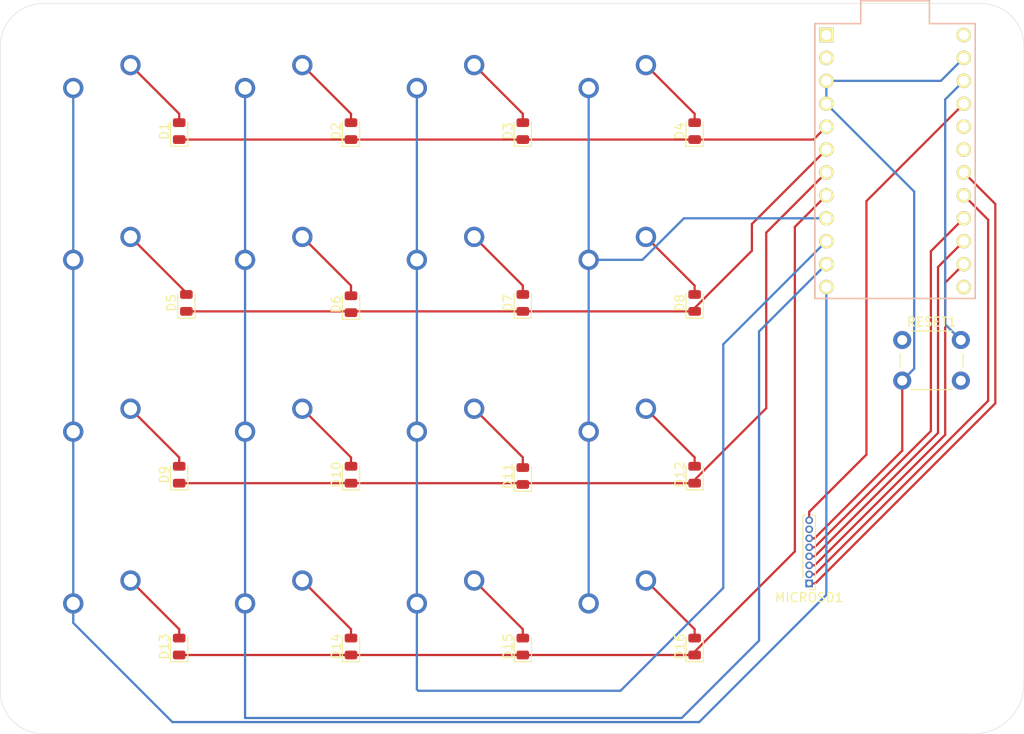
<source format=kicad_pcb>
(kicad_pcb (version 20171130) (host pcbnew "(5.1.9-0-10_14)")

  (general
    (thickness 1.6)
    (drawings 11)
    (tracks 103)
    (zones 0)
    (modules 35)
    (nets 48)
  )

  (page A4)
  (layers
    (0 F.Cu signal)
    (31 B.Cu signal)
    (32 B.Adhes user)
    (33 F.Adhes user)
    (34 B.Paste user)
    (35 F.Paste user)
    (36 B.SilkS user)
    (37 F.SilkS user)
    (38 B.Mask user)
    (39 F.Mask user)
    (40 Dwgs.User user)
    (41 Cmts.User user)
    (42 Eco1.User user)
    (43 Eco2.User user)
    (44 Edge.Cuts user)
    (45 Margin user)
    (46 B.CrtYd user)
    (47 F.CrtYd user)
    (48 B.Fab user)
    (49 F.Fab user)
  )

  (setup
    (last_trace_width 0.25)
    (trace_clearance 0.2)
    (zone_clearance 0.508)
    (zone_45_only no)
    (trace_min 0.2)
    (via_size 0.8)
    (via_drill 0.4)
    (via_min_size 0.4)
    (via_min_drill 0.3)
    (uvia_size 0.3)
    (uvia_drill 0.1)
    (uvias_allowed no)
    (uvia_min_size 0.2)
    (uvia_min_drill 0.1)
    (edge_width 0.05)
    (segment_width 0.2)
    (pcb_text_width 0.3)
    (pcb_text_size 1.5 1.5)
    (mod_edge_width 0.12)
    (mod_text_size 1 1)
    (mod_text_width 0.15)
    (pad_size 1.524 1.524)
    (pad_drill 0.762)
    (pad_to_mask_clearance 0)
    (aux_axis_origin 0 0)
    (visible_elements FFFFFF7F)
    (pcbplotparams
      (layerselection 0x010fc_ffffffff)
      (usegerberextensions false)
      (usegerberattributes true)
      (usegerberadvancedattributes true)
      (creategerberjobfile true)
      (excludeedgelayer true)
      (linewidth 0.100000)
      (plotframeref false)
      (viasonmask false)
      (mode 1)
      (useauxorigin false)
      (hpglpennumber 1)
      (hpglpenspeed 20)
      (hpglpendiameter 15.000000)
      (psnegative false)
      (psa4output false)
      (plotreference true)
      (plotvalue true)
      (plotinvisibletext false)
      (padsonsilk false)
      (subtractmaskfromsilk false)
      (outputformat 1)
      (mirror false)
      (drillshape 1)
      (scaleselection 1)
      (outputdirectory ""))
  )

  (net 0 "")
  (net 1 "Net-(D1-Pad2)")
  (net 2 ROW0)
  (net 3 "Net-(D2-Pad2)")
  (net 4 "Net-(D3-Pad2)")
  (net 5 "Net-(D4-Pad2)")
  (net 6 "Net-(D5-Pad2)")
  (net 7 ROW1)
  (net 8 "Net-(D6-Pad2)")
  (net 9 "Net-(D7-Pad2)")
  (net 10 "Net-(D8-Pad2)")
  (net 11 "Net-(D9-Pad2)")
  (net 12 ROW2)
  (net 13 "Net-(D10-Pad2)")
  (net 14 "Net-(D11-Pad2)")
  (net 15 "Net-(D12-Pad2)")
  (net 16 "Net-(D13-Pad2)")
  (net 17 ROW3)
  (net 18 "Net-(D14-Pad2)")
  (net 19 "Net-(D15-Pad2)")
  (net 20 "Net-(D16-Pad2)")
  (net 21 COL0)
  (net 22 COL1)
  (net 23 COL2)
  (net 24 COL3)
  (net 25 "Net-(RESET1-Pad1)")
  (net 26 GND)
  (net 27 "Net-(U1-Pad24)")
  (net 28 "Net-(U1-Pad20)")
  (net 29 "Net-(U1-Pad19)")
  (net 30 "Net-(U1-Pad2)")
  (net 31 "Net-(U1-Pad1)")
  (net 32 CS)
  (net 33 CLK)
  (net 34 DI)
  (net 35 DO)
  (net 36 +5V)
  (net 37 CO)
  (net 38 "Net-(U1-Pad13)")
  (net 39 "Net-(U1-Pad12)")
  (net 40 "Net-(U1-Pad11)")
  (net 41 "Net-(U1-Pad10)")
  (net 42 "Net-(U1-Pad9)")
  (net 43 "Net-(U1-Pad8)")
  (net 44 "Net-(U1-Pad7)")
  (net 45 "Net-(U1-Pad6)")
  (net 46 "Net-(U1-Pad5)")
  (net 47 3V)

  (net_class Default "This is the default net class."
    (clearance 0.2)
    (trace_width 0.25)
    (via_dia 0.8)
    (via_drill 0.4)
    (uvia_dia 0.3)
    (uvia_drill 0.1)
    (add_net +5V)
    (add_net 3V)
    (add_net CLK)
    (add_net CO)
    (add_net COL0)
    (add_net COL1)
    (add_net COL2)
    (add_net COL3)
    (add_net CS)
    (add_net DI)
    (add_net DO)
    (add_net GND)
    (add_net "Net-(D1-Pad2)")
    (add_net "Net-(D10-Pad2)")
    (add_net "Net-(D11-Pad2)")
    (add_net "Net-(D12-Pad2)")
    (add_net "Net-(D13-Pad2)")
    (add_net "Net-(D14-Pad2)")
    (add_net "Net-(D15-Pad2)")
    (add_net "Net-(D16-Pad2)")
    (add_net "Net-(D2-Pad2)")
    (add_net "Net-(D3-Pad2)")
    (add_net "Net-(D4-Pad2)")
    (add_net "Net-(D5-Pad2)")
    (add_net "Net-(D6-Pad2)")
    (add_net "Net-(D7-Pad2)")
    (add_net "Net-(D8-Pad2)")
    (add_net "Net-(D9-Pad2)")
    (add_net "Net-(RESET1-Pad1)")
    (add_net "Net-(U1-Pad1)")
    (add_net "Net-(U1-Pad10)")
    (add_net "Net-(U1-Pad11)")
    (add_net "Net-(U1-Pad12)")
    (add_net "Net-(U1-Pad13)")
    (add_net "Net-(U1-Pad19)")
    (add_net "Net-(U1-Pad2)")
    (add_net "Net-(U1-Pad20)")
    (add_net "Net-(U1-Pad24)")
    (add_net "Net-(U1-Pad5)")
    (add_net "Net-(U1-Pad6)")
    (add_net "Net-(U1-Pad7)")
    (add_net "Net-(U1-Pad8)")
    (add_net "Net-(U1-Pad9)")
    (add_net ROW0)
    (add_net ROW1)
    (add_net ROW2)
    (add_net ROW3)
  )

  (module Connector_PinHeader_1.00mm:PinHeader_1x08_P1.00mm_Vertical (layer F.Cu) (tedit 59FED738) (tstamp 5FFA3994)
    (at 173.83125 85.725 180)
    (descr "Through hole straight pin header, 1x08, 1.00mm pitch, single row")
    (tags "Through hole pin header THT 1x08 1.00mm single row")
    (path /5FFA0D3D)
    (fp_text reference MICROSD1 (at 0 -1.56) (layer F.SilkS)
      (effects (font (size 1 1) (thickness 0.15)))
    )
    (fp_text value PINHD-1X8LOCK (at 0 8.56) (layer F.Fab)
      (effects (font (size 1 1) (thickness 0.15)))
    )
    (fp_text user %R (at 0 3.5 90) (layer F.Fab)
      (effects (font (size 0.76 0.76) (thickness 0.114)))
    )
    (fp_line (start -0.3175 -0.5) (end 0.635 -0.5) (layer F.Fab) (width 0.1))
    (fp_line (start 0.635 -0.5) (end 0.635 7.5) (layer F.Fab) (width 0.1))
    (fp_line (start 0.635 7.5) (end -0.635 7.5) (layer F.Fab) (width 0.1))
    (fp_line (start -0.635 7.5) (end -0.635 -0.1825) (layer F.Fab) (width 0.1))
    (fp_line (start -0.635 -0.1825) (end -0.3175 -0.5) (layer F.Fab) (width 0.1))
    (fp_line (start -0.695 7.56) (end -0.394493 7.56) (layer F.SilkS) (width 0.12))
    (fp_line (start 0.394493 7.56) (end 0.695 7.56) (layer F.SilkS) (width 0.12))
    (fp_line (start -0.695 0.685) (end -0.695 7.56) (layer F.SilkS) (width 0.12))
    (fp_line (start 0.695 0.685) (end 0.695 7.56) (layer F.SilkS) (width 0.12))
    (fp_line (start -0.695 0.685) (end -0.608276 0.685) (layer F.SilkS) (width 0.12))
    (fp_line (start 0.608276 0.685) (end 0.695 0.685) (layer F.SilkS) (width 0.12))
    (fp_line (start -0.695 0) (end -0.695 -0.685) (layer F.SilkS) (width 0.12))
    (fp_line (start -0.695 -0.685) (end 0 -0.685) (layer F.SilkS) (width 0.12))
    (fp_line (start -1.15 -1) (end -1.15 8) (layer F.CrtYd) (width 0.05))
    (fp_line (start -1.15 8) (end 1.15 8) (layer F.CrtYd) (width 0.05))
    (fp_line (start 1.15 8) (end 1.15 -1) (layer F.CrtYd) (width 0.05))
    (fp_line (start 1.15 -1) (end -1.15 -1) (layer F.CrtYd) (width 0.05))
    (pad 8 thru_hole oval (at 0 7 180) (size 0.85 0.85) (drill 0.5) (layers *.Cu *.Mask)
      (net 36 +5V))
    (pad 7 thru_hole oval (at 0 6 180) (size 0.85 0.85) (drill 0.5) (layers *.Cu *.Mask)
      (net 47 3V))
    (pad 6 thru_hole oval (at 0 5 180) (size 0.85 0.85) (drill 0.5) (layers *.Cu *.Mask)
      (net 26 GND))
    (pad 5 thru_hole oval (at 0 4 180) (size 0.85 0.85) (drill 0.5) (layers *.Cu *.Mask)
      (net 33 CLK))
    (pad 4 thru_hole oval (at 0 3 180) (size 0.85 0.85) (drill 0.5) (layers *.Cu *.Mask)
      (net 35 DO))
    (pad 3 thru_hole oval (at 0 2 180) (size 0.85 0.85) (drill 0.5) (layers *.Cu *.Mask)
      (net 34 DI))
    (pad 2 thru_hole oval (at 0 1 180) (size 0.85 0.85) (drill 0.5) (layers *.Cu *.Mask)
      (net 32 CS))
    (pad 1 thru_hole rect (at 0 0 180) (size 0.85 0.85) (drill 0.5) (layers *.Cu *.Mask)
      (net 37 CO))
    (model ${KISYS3DMOD}/Connector_PinHeader_1.00mm.3dshapes/PinHeader_1x08_P1.00mm_Vertical.wrl
      (at (xyz 0 0 0))
      (scale (xyz 1 1 1))
      (rotate (xyz 0 0 0))
    )
  )

  (module promicro:ProMicro (layer F.Cu) (tedit 5A06A962) (tstamp 5FFA3D2E)
    (at 183.35625 38.89375 270)
    (descr "Pro Micro footprint")
    (tags "promicro ProMicro")
    (path /5FF9D7AB)
    (fp_text reference U1 (at 0 -10.16 90) (layer F.SilkS) hide
      (effects (font (size 1 1) (thickness 0.15)))
    )
    (fp_text value ProMicro (at 0 10.16 90) (layer F.Fab)
      (effects (font (size 1 1) (thickness 0.15)))
    )
    (fp_line (start 15.24 -8.89) (end 15.24 8.89) (layer B.SilkS) (width 0.15))
    (fp_line (start 15.24 8.89) (end -15.24 8.89) (layer B.SilkS) (width 0.15))
    (fp_line (start -15.24 8.89) (end -15.24 3.81) (layer B.SilkS) (width 0.15))
    (fp_line (start -15.24 3.81) (end -17.78 3.81) (layer B.SilkS) (width 0.15))
    (fp_line (start -17.78 3.81) (end -17.78 -3.81) (layer B.SilkS) (width 0.15))
    (fp_line (start -17.78 -3.81) (end -15.24 -3.81) (layer B.SilkS) (width 0.15))
    (fp_line (start -15.24 -3.81) (end -15.24 -8.89) (layer B.SilkS) (width 0.15))
    (fp_line (start -15.24 -8.89) (end 15.24 -8.89) (layer B.SilkS) (width 0.15))
    (fp_line (start -15.24 8.89) (end 15.24 8.89) (layer F.SilkS) (width 0.15))
    (fp_line (start -15.24 8.89) (end -15.24 3.81) (layer F.SilkS) (width 0.15))
    (fp_line (start -15.24 3.81) (end -17.78 3.81) (layer F.SilkS) (width 0.15))
    (fp_line (start -17.78 3.81) (end -17.78 -3.81) (layer F.SilkS) (width 0.15))
    (fp_line (start -17.78 -3.81) (end -15.24 -3.81) (layer F.SilkS) (width 0.15))
    (fp_line (start -15.24 -3.81) (end -15.24 -8.89) (layer F.SilkS) (width 0.15))
    (fp_line (start -15.24 -8.89) (end 15.24 -8.89) (layer F.SilkS) (width 0.15))
    (fp_line (start 15.24 -8.89) (end 15.24 8.89) (layer F.SilkS) (width 0.15))
    (pad 24 thru_hole circle (at -13.97 -7.62 270) (size 1.6 1.6) (drill 1.1) (layers *.Cu *.Mask F.SilkS)
      (net 27 "Net-(U1-Pad24)"))
    (pad 23 thru_hole circle (at -11.43 -7.62 270) (size 1.6 1.6) (drill 1.1) (layers *.Cu *.Mask F.SilkS)
      (net 26 GND))
    (pad 22 thru_hole circle (at -8.89 -7.62 270) (size 1.6 1.6) (drill 1.1) (layers *.Cu *.Mask F.SilkS)
      (net 25 "Net-(RESET1-Pad1)"))
    (pad 21 thru_hole circle (at -6.35 -7.62 270) (size 1.6 1.6) (drill 1.1) (layers *.Cu *.Mask F.SilkS)
      (net 36 +5V))
    (pad 20 thru_hole circle (at -3.81 -7.62 270) (size 1.6 1.6) (drill 1.1) (layers *.Cu *.Mask F.SilkS)
      (net 28 "Net-(U1-Pad20)"))
    (pad 19 thru_hole circle (at -1.27 -7.62 270) (size 1.6 1.6) (drill 1.1) (layers *.Cu *.Mask F.SilkS)
      (net 29 "Net-(U1-Pad19)"))
    (pad 18 thru_hole circle (at 1.27 -7.62 270) (size 1.6 1.6) (drill 1.1) (layers *.Cu *.Mask F.SilkS)
      (net 37 CO))
    (pad 17 thru_hole circle (at 3.81 -7.62 270) (size 1.6 1.6) (drill 1.1) (layers *.Cu *.Mask F.SilkS)
      (net 32 CS))
    (pad 16 thru_hole circle (at 6.35 -7.62 270) (size 1.6 1.6) (drill 1.1) (layers *.Cu *.Mask F.SilkS)
      (net 33 CLK))
    (pad 15 thru_hole circle (at 8.89 -7.62 270) (size 1.6 1.6) (drill 1.1) (layers *.Cu *.Mask F.SilkS)
      (net 35 DO))
    (pad 14 thru_hole circle (at 11.43 -7.62 270) (size 1.6 1.6) (drill 1.1) (layers *.Cu *.Mask F.SilkS)
      (net 34 DI))
    (pad 13 thru_hole circle (at 13.97 -7.62 270) (size 1.6 1.6) (drill 1.1) (layers *.Cu *.Mask F.SilkS)
      (net 38 "Net-(U1-Pad13)"))
    (pad 12 thru_hole circle (at 13.97 7.62 270) (size 1.6 1.6) (drill 1.1) (layers *.Cu *.Mask F.SilkS)
      (net 39 "Net-(U1-Pad12)"))
    (pad 11 thru_hole circle (at 11.43 7.62 270) (size 1.6 1.6) (drill 1.1) (layers *.Cu *.Mask F.SilkS)
      (net 40 "Net-(U1-Pad11)"))
    (pad 10 thru_hole circle (at 8.89 7.62 270) (size 1.6 1.6) (drill 1.1) (layers *.Cu *.Mask F.SilkS)
      (net 41 "Net-(U1-Pad10)"))
    (pad 9 thru_hole circle (at 6.35 7.62 270) (size 1.6 1.6) (drill 1.1) (layers *.Cu *.Mask F.SilkS)
      (net 42 "Net-(U1-Pad9)"))
    (pad 8 thru_hole circle (at 3.81 7.62 270) (size 1.6 1.6) (drill 1.1) (layers *.Cu *.Mask F.SilkS)
      (net 43 "Net-(U1-Pad8)"))
    (pad 7 thru_hole circle (at 1.27 7.62 270) (size 1.6 1.6) (drill 1.1) (layers *.Cu *.Mask F.SilkS)
      (net 44 "Net-(U1-Pad7)"))
    (pad 6 thru_hole circle (at -1.27 7.62 270) (size 1.6 1.6) (drill 1.1) (layers *.Cu *.Mask F.SilkS)
      (net 45 "Net-(U1-Pad6)"))
    (pad 5 thru_hole circle (at -3.81 7.62 270) (size 1.6 1.6) (drill 1.1) (layers *.Cu *.Mask F.SilkS)
      (net 46 "Net-(U1-Pad5)"))
    (pad 4 thru_hole circle (at -6.35 7.62 270) (size 1.6 1.6) (drill 1.1) (layers *.Cu *.Mask F.SilkS)
      (net 26 GND))
    (pad 3 thru_hole circle (at -8.89 7.62 270) (size 1.6 1.6) (drill 1.1) (layers *.Cu *.Mask F.SilkS)
      (net 26 GND))
    (pad 2 thru_hole circle (at -11.43 7.62 270) (size 1.6 1.6) (drill 1.1) (layers *.Cu *.Mask F.SilkS)
      (net 30 "Net-(U1-Pad2)"))
    (pad 1 thru_hole rect (at -13.97 7.62 270) (size 1.6 1.6) (drill 1.1) (layers *.Cu *.Mask F.SilkS)
      (net 31 "Net-(U1-Pad1)"))
  )

  (module Button_Switch_THT:SW_PUSH_6mm (layer F.Cu) (tedit 5A02FE31) (tstamp 5FFA3D02)
    (at 184.15 58.7375)
    (descr https://www.omron.com/ecb/products/pdf/en-b3f.pdf)
    (tags "tact sw push 6mm")
    (path /5FFA4291)
    (fp_text reference RESET1 (at 3.25 -2) (layer F.SilkS)
      (effects (font (size 1 1) (thickness 0.15)))
    )
    (fp_text value SW_Push (at 3.75 6.7) (layer F.Fab)
      (effects (font (size 1 1) (thickness 0.15)))
    )
    (fp_line (start 3.25 -0.75) (end 6.25 -0.75) (layer F.Fab) (width 0.1))
    (fp_line (start 6.25 -0.75) (end 6.25 5.25) (layer F.Fab) (width 0.1))
    (fp_line (start 6.25 5.25) (end 0.25 5.25) (layer F.Fab) (width 0.1))
    (fp_line (start 0.25 5.25) (end 0.25 -0.75) (layer F.Fab) (width 0.1))
    (fp_line (start 0.25 -0.75) (end 3.25 -0.75) (layer F.Fab) (width 0.1))
    (fp_line (start 7.75 6) (end 8 6) (layer F.CrtYd) (width 0.05))
    (fp_line (start 8 6) (end 8 5.75) (layer F.CrtYd) (width 0.05))
    (fp_line (start 7.75 -1.5) (end 8 -1.5) (layer F.CrtYd) (width 0.05))
    (fp_line (start 8 -1.5) (end 8 -1.25) (layer F.CrtYd) (width 0.05))
    (fp_line (start -1.5 -1.25) (end -1.5 -1.5) (layer F.CrtYd) (width 0.05))
    (fp_line (start -1.5 -1.5) (end -1.25 -1.5) (layer F.CrtYd) (width 0.05))
    (fp_line (start -1.5 5.75) (end -1.5 6) (layer F.CrtYd) (width 0.05))
    (fp_line (start -1.5 6) (end -1.25 6) (layer F.CrtYd) (width 0.05))
    (fp_line (start -1.25 -1.5) (end 7.75 -1.5) (layer F.CrtYd) (width 0.05))
    (fp_line (start -1.5 5.75) (end -1.5 -1.25) (layer F.CrtYd) (width 0.05))
    (fp_line (start 7.75 6) (end -1.25 6) (layer F.CrtYd) (width 0.05))
    (fp_line (start 8 -1.25) (end 8 5.75) (layer F.CrtYd) (width 0.05))
    (fp_line (start 1 5.5) (end 5.5 5.5) (layer F.SilkS) (width 0.12))
    (fp_line (start -0.25 1.5) (end -0.25 3) (layer F.SilkS) (width 0.12))
    (fp_line (start 5.5 -1) (end 1 -1) (layer F.SilkS) (width 0.12))
    (fp_line (start 6.75 3) (end 6.75 1.5) (layer F.SilkS) (width 0.12))
    (fp_circle (center 3.25 2.25) (end 1.25 2.5) (layer F.Fab) (width 0.1))
    (fp_text user %R (at 3.25 2.25) (layer F.Fab)
      (effects (font (size 1 1) (thickness 0.15)))
    )
    (pad 1 thru_hole circle (at 6.5 0 90) (size 2 2) (drill 1.1) (layers *.Cu *.Mask)
      (net 25 "Net-(RESET1-Pad1)"))
    (pad 2 thru_hole circle (at 6.5 4.5 90) (size 2 2) (drill 1.1) (layers *.Cu *.Mask)
      (net 26 GND))
    (pad 1 thru_hole circle (at 0 0 90) (size 2 2) (drill 1.1) (layers *.Cu *.Mask)
      (net 25 "Net-(RESET1-Pad1)"))
    (pad 2 thru_hole circle (at 0 4.5 90) (size 2 2) (drill 1.1) (layers *.Cu *.Mask)
      (net 26 GND))
    (model ${KISYS3DMOD}/Button_Switch_THT.3dshapes/SW_PUSH_6mm.wrl
      (at (xyz 0 0 0))
      (scale (xyz 1 1 1))
      (rotate (xyz 0 0 0))
    )
  )

  (module MX_Only:MXOnly-1U-NoLED (layer F.Cu) (tedit 5BD3C6C7) (tstamp 5FFA3CE3)
    (at 153.19375 90.4875)
    (path /5FFC0842)
    (fp_text reference MX16 (at 0 3.175) (layer Dwgs.User)
      (effects (font (size 1 1) (thickness 0.15)))
    )
    (fp_text value MX-NoLED (at 0 -7.9375) (layer Dwgs.User)
      (effects (font (size 1 1) (thickness 0.15)))
    )
    (fp_line (start -9.525 9.525) (end -9.525 -9.525) (layer Dwgs.User) (width 0.15))
    (fp_line (start 9.525 9.525) (end -9.525 9.525) (layer Dwgs.User) (width 0.15))
    (fp_line (start 9.525 -9.525) (end 9.525 9.525) (layer Dwgs.User) (width 0.15))
    (fp_line (start -9.525 -9.525) (end 9.525 -9.525) (layer Dwgs.User) (width 0.15))
    (fp_line (start -7 -7) (end -7 -5) (layer Dwgs.User) (width 0.15))
    (fp_line (start -5 -7) (end -7 -7) (layer Dwgs.User) (width 0.15))
    (fp_line (start -7 7) (end -5 7) (layer Dwgs.User) (width 0.15))
    (fp_line (start -7 5) (end -7 7) (layer Dwgs.User) (width 0.15))
    (fp_line (start 7 7) (end 7 5) (layer Dwgs.User) (width 0.15))
    (fp_line (start 5 7) (end 7 7) (layer Dwgs.User) (width 0.15))
    (fp_line (start 7 -7) (end 7 -5) (layer Dwgs.User) (width 0.15))
    (fp_line (start 5 -7) (end 7 -7) (layer Dwgs.User) (width 0.15))
    (pad 2 thru_hole circle (at 2.54 -5.08) (size 2.25 2.25) (drill 1.47) (layers *.Cu B.Mask)
      (net 20 "Net-(D16-Pad2)"))
    (pad "" np_thru_hole circle (at 0 0) (size 3.9878 3.9878) (drill 3.9878) (layers *.Cu *.Mask))
    (pad 1 thru_hole circle (at -3.81 -2.54) (size 2.25 2.25) (drill 1.47) (layers *.Cu B.Mask)
      (net 24 COL3))
    (pad "" np_thru_hole circle (at -5.08 0 48.0996) (size 1.75 1.75) (drill 1.75) (layers *.Cu *.Mask))
    (pad "" np_thru_hole circle (at 5.08 0 48.0996) (size 1.75 1.75) (drill 1.75) (layers *.Cu *.Mask))
  )

  (module MX_Only:MXOnly-1U-NoLED (layer F.Cu) (tedit 5BD3C6C7) (tstamp 5FFA3CCE)
    (at 134.14375 90.4875)
    (path /5FFC0836)
    (fp_text reference MX15 (at 0 3.175) (layer Dwgs.User)
      (effects (font (size 1 1) (thickness 0.15)))
    )
    (fp_text value MX-NoLED (at 0 -7.9375) (layer Dwgs.User)
      (effects (font (size 1 1) (thickness 0.15)))
    )
    (fp_line (start -9.525 9.525) (end -9.525 -9.525) (layer Dwgs.User) (width 0.15))
    (fp_line (start 9.525 9.525) (end -9.525 9.525) (layer Dwgs.User) (width 0.15))
    (fp_line (start 9.525 -9.525) (end 9.525 9.525) (layer Dwgs.User) (width 0.15))
    (fp_line (start -9.525 -9.525) (end 9.525 -9.525) (layer Dwgs.User) (width 0.15))
    (fp_line (start -7 -7) (end -7 -5) (layer Dwgs.User) (width 0.15))
    (fp_line (start -5 -7) (end -7 -7) (layer Dwgs.User) (width 0.15))
    (fp_line (start -7 7) (end -5 7) (layer Dwgs.User) (width 0.15))
    (fp_line (start -7 5) (end -7 7) (layer Dwgs.User) (width 0.15))
    (fp_line (start 7 7) (end 7 5) (layer Dwgs.User) (width 0.15))
    (fp_line (start 5 7) (end 7 7) (layer Dwgs.User) (width 0.15))
    (fp_line (start 7 -7) (end 7 -5) (layer Dwgs.User) (width 0.15))
    (fp_line (start 5 -7) (end 7 -7) (layer Dwgs.User) (width 0.15))
    (pad 2 thru_hole circle (at 2.54 -5.08) (size 2.25 2.25) (drill 1.47) (layers *.Cu B.Mask)
      (net 19 "Net-(D15-Pad2)"))
    (pad "" np_thru_hole circle (at 0 0) (size 3.9878 3.9878) (drill 3.9878) (layers *.Cu *.Mask))
    (pad 1 thru_hole circle (at -3.81 -2.54) (size 2.25 2.25) (drill 1.47) (layers *.Cu B.Mask)
      (net 23 COL2))
    (pad "" np_thru_hole circle (at -5.08 0 48.0996) (size 1.75 1.75) (drill 1.75) (layers *.Cu *.Mask))
    (pad "" np_thru_hole circle (at 5.08 0 48.0996) (size 1.75 1.75) (drill 1.75) (layers *.Cu *.Mask))
  )

  (module MX_Only:MXOnly-1U-NoLED (layer F.Cu) (tedit 5BD3C6C7) (tstamp 5FFA3CB9)
    (at 115.09375 90.4875)
    (path /5FFC082A)
    (fp_text reference MX14 (at 0 3.175) (layer Dwgs.User)
      (effects (font (size 1 1) (thickness 0.15)))
    )
    (fp_text value MX-NoLED (at 0 -7.9375) (layer Dwgs.User)
      (effects (font (size 1 1) (thickness 0.15)))
    )
    (fp_line (start -9.525 9.525) (end -9.525 -9.525) (layer Dwgs.User) (width 0.15))
    (fp_line (start 9.525 9.525) (end -9.525 9.525) (layer Dwgs.User) (width 0.15))
    (fp_line (start 9.525 -9.525) (end 9.525 9.525) (layer Dwgs.User) (width 0.15))
    (fp_line (start -9.525 -9.525) (end 9.525 -9.525) (layer Dwgs.User) (width 0.15))
    (fp_line (start -7 -7) (end -7 -5) (layer Dwgs.User) (width 0.15))
    (fp_line (start -5 -7) (end -7 -7) (layer Dwgs.User) (width 0.15))
    (fp_line (start -7 7) (end -5 7) (layer Dwgs.User) (width 0.15))
    (fp_line (start -7 5) (end -7 7) (layer Dwgs.User) (width 0.15))
    (fp_line (start 7 7) (end 7 5) (layer Dwgs.User) (width 0.15))
    (fp_line (start 5 7) (end 7 7) (layer Dwgs.User) (width 0.15))
    (fp_line (start 7 -7) (end 7 -5) (layer Dwgs.User) (width 0.15))
    (fp_line (start 5 -7) (end 7 -7) (layer Dwgs.User) (width 0.15))
    (pad 2 thru_hole circle (at 2.54 -5.08) (size 2.25 2.25) (drill 1.47) (layers *.Cu B.Mask)
      (net 18 "Net-(D14-Pad2)"))
    (pad "" np_thru_hole circle (at 0 0) (size 3.9878 3.9878) (drill 3.9878) (layers *.Cu *.Mask))
    (pad 1 thru_hole circle (at -3.81 -2.54) (size 2.25 2.25) (drill 1.47) (layers *.Cu B.Mask)
      (net 22 COL1))
    (pad "" np_thru_hole circle (at -5.08 0 48.0996) (size 1.75 1.75) (drill 1.75) (layers *.Cu *.Mask))
    (pad "" np_thru_hole circle (at 5.08 0 48.0996) (size 1.75 1.75) (drill 1.75) (layers *.Cu *.Mask))
  )

  (module MX_Only:MXOnly-1U-NoLED (layer F.Cu) (tedit 5BD3C6C7) (tstamp 5FFA3CA4)
    (at 96.04375 90.4875)
    (path /5FFC081E)
    (fp_text reference MX13 (at 0 3.175) (layer Dwgs.User)
      (effects (font (size 1 1) (thickness 0.15)))
    )
    (fp_text value MX-NoLED (at 0 -7.9375) (layer Dwgs.User)
      (effects (font (size 1 1) (thickness 0.15)))
    )
    (fp_line (start -9.525 9.525) (end -9.525 -9.525) (layer Dwgs.User) (width 0.15))
    (fp_line (start 9.525 9.525) (end -9.525 9.525) (layer Dwgs.User) (width 0.15))
    (fp_line (start 9.525 -9.525) (end 9.525 9.525) (layer Dwgs.User) (width 0.15))
    (fp_line (start -9.525 -9.525) (end 9.525 -9.525) (layer Dwgs.User) (width 0.15))
    (fp_line (start -7 -7) (end -7 -5) (layer Dwgs.User) (width 0.15))
    (fp_line (start -5 -7) (end -7 -7) (layer Dwgs.User) (width 0.15))
    (fp_line (start -7 7) (end -5 7) (layer Dwgs.User) (width 0.15))
    (fp_line (start -7 5) (end -7 7) (layer Dwgs.User) (width 0.15))
    (fp_line (start 7 7) (end 7 5) (layer Dwgs.User) (width 0.15))
    (fp_line (start 5 7) (end 7 7) (layer Dwgs.User) (width 0.15))
    (fp_line (start 7 -7) (end 7 -5) (layer Dwgs.User) (width 0.15))
    (fp_line (start 5 -7) (end 7 -7) (layer Dwgs.User) (width 0.15))
    (pad 2 thru_hole circle (at 2.54 -5.08) (size 2.25 2.25) (drill 1.47) (layers *.Cu B.Mask)
      (net 16 "Net-(D13-Pad2)"))
    (pad "" np_thru_hole circle (at 0 0) (size 3.9878 3.9878) (drill 3.9878) (layers *.Cu *.Mask))
    (pad 1 thru_hole circle (at -3.81 -2.54) (size 2.25 2.25) (drill 1.47) (layers *.Cu B.Mask)
      (net 21 COL0))
    (pad "" np_thru_hole circle (at -5.08 0 48.0996) (size 1.75 1.75) (drill 1.75) (layers *.Cu *.Mask))
    (pad "" np_thru_hole circle (at 5.08 0 48.0996) (size 1.75 1.75) (drill 1.75) (layers *.Cu *.Mask))
  )

  (module MX_Only:MXOnly-1U-NoLED (layer F.Cu) (tedit 5BD3C6C7) (tstamp 5FFA3C8F)
    (at 153.19375 71.4375)
    (path /5FFC0812)
    (fp_text reference MX12 (at 0 3.175) (layer Dwgs.User)
      (effects (font (size 1 1) (thickness 0.15)))
    )
    (fp_text value MX-NoLED (at 0 -7.9375) (layer Dwgs.User)
      (effects (font (size 1 1) (thickness 0.15)))
    )
    (fp_line (start -9.525 9.525) (end -9.525 -9.525) (layer Dwgs.User) (width 0.15))
    (fp_line (start 9.525 9.525) (end -9.525 9.525) (layer Dwgs.User) (width 0.15))
    (fp_line (start 9.525 -9.525) (end 9.525 9.525) (layer Dwgs.User) (width 0.15))
    (fp_line (start -9.525 -9.525) (end 9.525 -9.525) (layer Dwgs.User) (width 0.15))
    (fp_line (start -7 -7) (end -7 -5) (layer Dwgs.User) (width 0.15))
    (fp_line (start -5 -7) (end -7 -7) (layer Dwgs.User) (width 0.15))
    (fp_line (start -7 7) (end -5 7) (layer Dwgs.User) (width 0.15))
    (fp_line (start -7 5) (end -7 7) (layer Dwgs.User) (width 0.15))
    (fp_line (start 7 7) (end 7 5) (layer Dwgs.User) (width 0.15))
    (fp_line (start 5 7) (end 7 7) (layer Dwgs.User) (width 0.15))
    (fp_line (start 7 -7) (end 7 -5) (layer Dwgs.User) (width 0.15))
    (fp_line (start 5 -7) (end 7 -7) (layer Dwgs.User) (width 0.15))
    (pad 2 thru_hole circle (at 2.54 -5.08) (size 2.25 2.25) (drill 1.47) (layers *.Cu B.Mask)
      (net 15 "Net-(D12-Pad2)"))
    (pad "" np_thru_hole circle (at 0 0) (size 3.9878 3.9878) (drill 3.9878) (layers *.Cu *.Mask))
    (pad 1 thru_hole circle (at -3.81 -2.54) (size 2.25 2.25) (drill 1.47) (layers *.Cu B.Mask)
      (net 24 COL3))
    (pad "" np_thru_hole circle (at -5.08 0 48.0996) (size 1.75 1.75) (drill 1.75) (layers *.Cu *.Mask))
    (pad "" np_thru_hole circle (at 5.08 0 48.0996) (size 1.75 1.75) (drill 1.75) (layers *.Cu *.Mask))
  )

  (module MX_Only:MXOnly-1U-NoLED (layer F.Cu) (tedit 5BD3C6C7) (tstamp 5FFA3C7A)
    (at 134.14375 71.4375)
    (path /5FFC0806)
    (fp_text reference MX11 (at 0 3.175) (layer Dwgs.User)
      (effects (font (size 1 1) (thickness 0.15)))
    )
    (fp_text value MX-NoLED (at 0 -7.9375) (layer Dwgs.User)
      (effects (font (size 1 1) (thickness 0.15)))
    )
    (fp_line (start -9.525 9.525) (end -9.525 -9.525) (layer Dwgs.User) (width 0.15))
    (fp_line (start 9.525 9.525) (end -9.525 9.525) (layer Dwgs.User) (width 0.15))
    (fp_line (start 9.525 -9.525) (end 9.525 9.525) (layer Dwgs.User) (width 0.15))
    (fp_line (start -9.525 -9.525) (end 9.525 -9.525) (layer Dwgs.User) (width 0.15))
    (fp_line (start -7 -7) (end -7 -5) (layer Dwgs.User) (width 0.15))
    (fp_line (start -5 -7) (end -7 -7) (layer Dwgs.User) (width 0.15))
    (fp_line (start -7 7) (end -5 7) (layer Dwgs.User) (width 0.15))
    (fp_line (start -7 5) (end -7 7) (layer Dwgs.User) (width 0.15))
    (fp_line (start 7 7) (end 7 5) (layer Dwgs.User) (width 0.15))
    (fp_line (start 5 7) (end 7 7) (layer Dwgs.User) (width 0.15))
    (fp_line (start 7 -7) (end 7 -5) (layer Dwgs.User) (width 0.15))
    (fp_line (start 5 -7) (end 7 -7) (layer Dwgs.User) (width 0.15))
    (pad 2 thru_hole circle (at 2.54 -5.08) (size 2.25 2.25) (drill 1.47) (layers *.Cu B.Mask)
      (net 14 "Net-(D11-Pad2)"))
    (pad "" np_thru_hole circle (at 0 0) (size 3.9878 3.9878) (drill 3.9878) (layers *.Cu *.Mask))
    (pad 1 thru_hole circle (at -3.81 -2.54) (size 2.25 2.25) (drill 1.47) (layers *.Cu B.Mask)
      (net 23 COL2))
    (pad "" np_thru_hole circle (at -5.08 0 48.0996) (size 1.75 1.75) (drill 1.75) (layers *.Cu *.Mask))
    (pad "" np_thru_hole circle (at 5.08 0 48.0996) (size 1.75 1.75) (drill 1.75) (layers *.Cu *.Mask))
  )

  (module MX_Only:MXOnly-1U-NoLED (layer F.Cu) (tedit 5BD3C6C7) (tstamp 5FFA3C65)
    (at 115.09375 71.4375)
    (path /5FFC07FA)
    (fp_text reference MX10 (at 0 3.175) (layer Dwgs.User)
      (effects (font (size 1 1) (thickness 0.15)))
    )
    (fp_text value MX-NoLED (at 0 -7.9375) (layer Dwgs.User)
      (effects (font (size 1 1) (thickness 0.15)))
    )
    (fp_line (start -9.525 9.525) (end -9.525 -9.525) (layer Dwgs.User) (width 0.15))
    (fp_line (start 9.525 9.525) (end -9.525 9.525) (layer Dwgs.User) (width 0.15))
    (fp_line (start 9.525 -9.525) (end 9.525 9.525) (layer Dwgs.User) (width 0.15))
    (fp_line (start -9.525 -9.525) (end 9.525 -9.525) (layer Dwgs.User) (width 0.15))
    (fp_line (start -7 -7) (end -7 -5) (layer Dwgs.User) (width 0.15))
    (fp_line (start -5 -7) (end -7 -7) (layer Dwgs.User) (width 0.15))
    (fp_line (start -7 7) (end -5 7) (layer Dwgs.User) (width 0.15))
    (fp_line (start -7 5) (end -7 7) (layer Dwgs.User) (width 0.15))
    (fp_line (start 7 7) (end 7 5) (layer Dwgs.User) (width 0.15))
    (fp_line (start 5 7) (end 7 7) (layer Dwgs.User) (width 0.15))
    (fp_line (start 7 -7) (end 7 -5) (layer Dwgs.User) (width 0.15))
    (fp_line (start 5 -7) (end 7 -7) (layer Dwgs.User) (width 0.15))
    (pad 2 thru_hole circle (at 2.54 -5.08) (size 2.25 2.25) (drill 1.47) (layers *.Cu B.Mask)
      (net 13 "Net-(D10-Pad2)"))
    (pad "" np_thru_hole circle (at 0 0) (size 3.9878 3.9878) (drill 3.9878) (layers *.Cu *.Mask))
    (pad 1 thru_hole circle (at -3.81 -2.54) (size 2.25 2.25) (drill 1.47) (layers *.Cu B.Mask)
      (net 22 COL1))
    (pad "" np_thru_hole circle (at -5.08 0 48.0996) (size 1.75 1.75) (drill 1.75) (layers *.Cu *.Mask))
    (pad "" np_thru_hole circle (at 5.08 0 48.0996) (size 1.75 1.75) (drill 1.75) (layers *.Cu *.Mask))
  )

  (module MX_Only:MXOnly-1U-NoLED (layer F.Cu) (tedit 5BD3C6C7) (tstamp 5FFA3C50)
    (at 96.04375 71.4375)
    (path /5FFC07EE)
    (fp_text reference MX9 (at 0 3.175) (layer Dwgs.User)
      (effects (font (size 1 1) (thickness 0.15)))
    )
    (fp_text value MX-NoLED (at 0 -7.9375) (layer Dwgs.User)
      (effects (font (size 1 1) (thickness 0.15)))
    )
    (fp_line (start -9.525 9.525) (end -9.525 -9.525) (layer Dwgs.User) (width 0.15))
    (fp_line (start 9.525 9.525) (end -9.525 9.525) (layer Dwgs.User) (width 0.15))
    (fp_line (start 9.525 -9.525) (end 9.525 9.525) (layer Dwgs.User) (width 0.15))
    (fp_line (start -9.525 -9.525) (end 9.525 -9.525) (layer Dwgs.User) (width 0.15))
    (fp_line (start -7 -7) (end -7 -5) (layer Dwgs.User) (width 0.15))
    (fp_line (start -5 -7) (end -7 -7) (layer Dwgs.User) (width 0.15))
    (fp_line (start -7 7) (end -5 7) (layer Dwgs.User) (width 0.15))
    (fp_line (start -7 5) (end -7 7) (layer Dwgs.User) (width 0.15))
    (fp_line (start 7 7) (end 7 5) (layer Dwgs.User) (width 0.15))
    (fp_line (start 5 7) (end 7 7) (layer Dwgs.User) (width 0.15))
    (fp_line (start 7 -7) (end 7 -5) (layer Dwgs.User) (width 0.15))
    (fp_line (start 5 -7) (end 7 -7) (layer Dwgs.User) (width 0.15))
    (pad 2 thru_hole circle (at 2.54 -5.08) (size 2.25 2.25) (drill 1.47) (layers *.Cu B.Mask)
      (net 11 "Net-(D9-Pad2)"))
    (pad "" np_thru_hole circle (at 0 0) (size 3.9878 3.9878) (drill 3.9878) (layers *.Cu *.Mask))
    (pad 1 thru_hole circle (at -3.81 -2.54) (size 2.25 2.25) (drill 1.47) (layers *.Cu B.Mask)
      (net 21 COL0))
    (pad "" np_thru_hole circle (at -5.08 0 48.0996) (size 1.75 1.75) (drill 1.75) (layers *.Cu *.Mask))
    (pad "" np_thru_hole circle (at 5.08 0 48.0996) (size 1.75 1.75) (drill 1.75) (layers *.Cu *.Mask))
  )

  (module MX_Only:MXOnly-1U-NoLED (layer F.Cu) (tedit 5BD3C6C7) (tstamp 5FFA3C3B)
    (at 153.19375 52.3875)
    (path /5FFB2BC2)
    (fp_text reference MX8 (at 0 3.175) (layer Dwgs.User)
      (effects (font (size 1 1) (thickness 0.15)))
    )
    (fp_text value MX-NoLED (at 0 -7.9375) (layer Dwgs.User)
      (effects (font (size 1 1) (thickness 0.15)))
    )
    (fp_line (start -9.525 9.525) (end -9.525 -9.525) (layer Dwgs.User) (width 0.15))
    (fp_line (start 9.525 9.525) (end -9.525 9.525) (layer Dwgs.User) (width 0.15))
    (fp_line (start 9.525 -9.525) (end 9.525 9.525) (layer Dwgs.User) (width 0.15))
    (fp_line (start -9.525 -9.525) (end 9.525 -9.525) (layer Dwgs.User) (width 0.15))
    (fp_line (start -7 -7) (end -7 -5) (layer Dwgs.User) (width 0.15))
    (fp_line (start -5 -7) (end -7 -7) (layer Dwgs.User) (width 0.15))
    (fp_line (start -7 7) (end -5 7) (layer Dwgs.User) (width 0.15))
    (fp_line (start -7 5) (end -7 7) (layer Dwgs.User) (width 0.15))
    (fp_line (start 7 7) (end 7 5) (layer Dwgs.User) (width 0.15))
    (fp_line (start 5 7) (end 7 7) (layer Dwgs.User) (width 0.15))
    (fp_line (start 7 -7) (end 7 -5) (layer Dwgs.User) (width 0.15))
    (fp_line (start 5 -7) (end 7 -7) (layer Dwgs.User) (width 0.15))
    (pad 2 thru_hole circle (at 2.54 -5.08) (size 2.25 2.25) (drill 1.47) (layers *.Cu B.Mask)
      (net 10 "Net-(D8-Pad2)"))
    (pad "" np_thru_hole circle (at 0 0) (size 3.9878 3.9878) (drill 3.9878) (layers *.Cu *.Mask))
    (pad 1 thru_hole circle (at -3.81 -2.54) (size 2.25 2.25) (drill 1.47) (layers *.Cu B.Mask)
      (net 24 COL3))
    (pad "" np_thru_hole circle (at -5.08 0 48.0996) (size 1.75 1.75) (drill 1.75) (layers *.Cu *.Mask))
    (pad "" np_thru_hole circle (at 5.08 0 48.0996) (size 1.75 1.75) (drill 1.75) (layers *.Cu *.Mask))
  )

  (module MX_Only:MXOnly-1U-NoLED (layer F.Cu) (tedit 5BD3C6C7) (tstamp 5FFA3C26)
    (at 134.14375 52.3875)
    (path /5FFB2BB6)
    (fp_text reference MX7 (at 0 3.175) (layer Dwgs.User)
      (effects (font (size 1 1) (thickness 0.15)))
    )
    (fp_text value MX-NoLED (at 0 -7.9375) (layer Dwgs.User)
      (effects (font (size 1 1) (thickness 0.15)))
    )
    (fp_line (start -9.525 9.525) (end -9.525 -9.525) (layer Dwgs.User) (width 0.15))
    (fp_line (start 9.525 9.525) (end -9.525 9.525) (layer Dwgs.User) (width 0.15))
    (fp_line (start 9.525 -9.525) (end 9.525 9.525) (layer Dwgs.User) (width 0.15))
    (fp_line (start -9.525 -9.525) (end 9.525 -9.525) (layer Dwgs.User) (width 0.15))
    (fp_line (start -7 -7) (end -7 -5) (layer Dwgs.User) (width 0.15))
    (fp_line (start -5 -7) (end -7 -7) (layer Dwgs.User) (width 0.15))
    (fp_line (start -7 7) (end -5 7) (layer Dwgs.User) (width 0.15))
    (fp_line (start -7 5) (end -7 7) (layer Dwgs.User) (width 0.15))
    (fp_line (start 7 7) (end 7 5) (layer Dwgs.User) (width 0.15))
    (fp_line (start 5 7) (end 7 7) (layer Dwgs.User) (width 0.15))
    (fp_line (start 7 -7) (end 7 -5) (layer Dwgs.User) (width 0.15))
    (fp_line (start 5 -7) (end 7 -7) (layer Dwgs.User) (width 0.15))
    (pad 2 thru_hole circle (at 2.54 -5.08) (size 2.25 2.25) (drill 1.47) (layers *.Cu B.Mask)
      (net 9 "Net-(D7-Pad2)"))
    (pad "" np_thru_hole circle (at 0 0) (size 3.9878 3.9878) (drill 3.9878) (layers *.Cu *.Mask))
    (pad 1 thru_hole circle (at -3.81 -2.54) (size 2.25 2.25) (drill 1.47) (layers *.Cu B.Mask)
      (net 23 COL2))
    (pad "" np_thru_hole circle (at -5.08 0 48.0996) (size 1.75 1.75) (drill 1.75) (layers *.Cu *.Mask))
    (pad "" np_thru_hole circle (at 5.08 0 48.0996) (size 1.75 1.75) (drill 1.75) (layers *.Cu *.Mask))
  )

  (module MX_Only:MXOnly-1U-NoLED (layer F.Cu) (tedit 5BD3C6C7) (tstamp 5FFA3C11)
    (at 115.09375 52.3875)
    (path /5FFB2BAA)
    (fp_text reference MX6 (at 0 3.175) (layer Dwgs.User)
      (effects (font (size 1 1) (thickness 0.15)))
    )
    (fp_text value MX-NoLED (at 0 -7.9375) (layer Dwgs.User)
      (effects (font (size 1 1) (thickness 0.15)))
    )
    (fp_line (start -9.525 9.525) (end -9.525 -9.525) (layer Dwgs.User) (width 0.15))
    (fp_line (start 9.525 9.525) (end -9.525 9.525) (layer Dwgs.User) (width 0.15))
    (fp_line (start 9.525 -9.525) (end 9.525 9.525) (layer Dwgs.User) (width 0.15))
    (fp_line (start -9.525 -9.525) (end 9.525 -9.525) (layer Dwgs.User) (width 0.15))
    (fp_line (start -7 -7) (end -7 -5) (layer Dwgs.User) (width 0.15))
    (fp_line (start -5 -7) (end -7 -7) (layer Dwgs.User) (width 0.15))
    (fp_line (start -7 7) (end -5 7) (layer Dwgs.User) (width 0.15))
    (fp_line (start -7 5) (end -7 7) (layer Dwgs.User) (width 0.15))
    (fp_line (start 7 7) (end 7 5) (layer Dwgs.User) (width 0.15))
    (fp_line (start 5 7) (end 7 7) (layer Dwgs.User) (width 0.15))
    (fp_line (start 7 -7) (end 7 -5) (layer Dwgs.User) (width 0.15))
    (fp_line (start 5 -7) (end 7 -7) (layer Dwgs.User) (width 0.15))
    (pad 2 thru_hole circle (at 2.54 -5.08) (size 2.25 2.25) (drill 1.47) (layers *.Cu B.Mask)
      (net 8 "Net-(D6-Pad2)"))
    (pad "" np_thru_hole circle (at 0 0) (size 3.9878 3.9878) (drill 3.9878) (layers *.Cu *.Mask))
    (pad 1 thru_hole circle (at -3.81 -2.54) (size 2.25 2.25) (drill 1.47) (layers *.Cu B.Mask)
      (net 22 COL1))
    (pad "" np_thru_hole circle (at -5.08 0 48.0996) (size 1.75 1.75) (drill 1.75) (layers *.Cu *.Mask))
    (pad "" np_thru_hole circle (at 5.08 0 48.0996) (size 1.75 1.75) (drill 1.75) (layers *.Cu *.Mask))
  )

  (module MX_Only:MXOnly-1U-NoLED (layer F.Cu) (tedit 5BD3C6C7) (tstamp 5FFA3BFC)
    (at 96.04375 52.3875)
    (path /5FFB2B9E)
    (fp_text reference MX5 (at 0 3.175) (layer Dwgs.User)
      (effects (font (size 1 1) (thickness 0.15)))
    )
    (fp_text value MX-NoLED (at 0 -7.9375) (layer Dwgs.User)
      (effects (font (size 1 1) (thickness 0.15)))
    )
    (fp_line (start -9.525 9.525) (end -9.525 -9.525) (layer Dwgs.User) (width 0.15))
    (fp_line (start 9.525 9.525) (end -9.525 9.525) (layer Dwgs.User) (width 0.15))
    (fp_line (start 9.525 -9.525) (end 9.525 9.525) (layer Dwgs.User) (width 0.15))
    (fp_line (start -9.525 -9.525) (end 9.525 -9.525) (layer Dwgs.User) (width 0.15))
    (fp_line (start -7 -7) (end -7 -5) (layer Dwgs.User) (width 0.15))
    (fp_line (start -5 -7) (end -7 -7) (layer Dwgs.User) (width 0.15))
    (fp_line (start -7 7) (end -5 7) (layer Dwgs.User) (width 0.15))
    (fp_line (start -7 5) (end -7 7) (layer Dwgs.User) (width 0.15))
    (fp_line (start 7 7) (end 7 5) (layer Dwgs.User) (width 0.15))
    (fp_line (start 5 7) (end 7 7) (layer Dwgs.User) (width 0.15))
    (fp_line (start 7 -7) (end 7 -5) (layer Dwgs.User) (width 0.15))
    (fp_line (start 5 -7) (end 7 -7) (layer Dwgs.User) (width 0.15))
    (pad 2 thru_hole circle (at 2.54 -5.08) (size 2.25 2.25) (drill 1.47) (layers *.Cu B.Mask)
      (net 6 "Net-(D5-Pad2)"))
    (pad "" np_thru_hole circle (at 0 0) (size 3.9878 3.9878) (drill 3.9878) (layers *.Cu *.Mask))
    (pad 1 thru_hole circle (at -3.81 -2.54) (size 2.25 2.25) (drill 1.47) (layers *.Cu B.Mask)
      (net 21 COL0))
    (pad "" np_thru_hole circle (at -5.08 0 48.0996) (size 1.75 1.75) (drill 1.75) (layers *.Cu *.Mask))
    (pad "" np_thru_hole circle (at 5.08 0 48.0996) (size 1.75 1.75) (drill 1.75) (layers *.Cu *.Mask))
  )

  (module MX_Only:MXOnly-1U-NoLED (layer F.Cu) (tedit 5BD3C6C7) (tstamp 5FFA3BE7)
    (at 153.19375 33.3375)
    (path /5FFAD686)
    (fp_text reference MX4 (at 0 3.175) (layer Dwgs.User)
      (effects (font (size 1 1) (thickness 0.15)))
    )
    (fp_text value MX-NoLED (at 0 -7.9375) (layer Dwgs.User)
      (effects (font (size 1 1) (thickness 0.15)))
    )
    (fp_line (start -9.525 9.525) (end -9.525 -9.525) (layer Dwgs.User) (width 0.15))
    (fp_line (start 9.525 9.525) (end -9.525 9.525) (layer Dwgs.User) (width 0.15))
    (fp_line (start 9.525 -9.525) (end 9.525 9.525) (layer Dwgs.User) (width 0.15))
    (fp_line (start -9.525 -9.525) (end 9.525 -9.525) (layer Dwgs.User) (width 0.15))
    (fp_line (start -7 -7) (end -7 -5) (layer Dwgs.User) (width 0.15))
    (fp_line (start -5 -7) (end -7 -7) (layer Dwgs.User) (width 0.15))
    (fp_line (start -7 7) (end -5 7) (layer Dwgs.User) (width 0.15))
    (fp_line (start -7 5) (end -7 7) (layer Dwgs.User) (width 0.15))
    (fp_line (start 7 7) (end 7 5) (layer Dwgs.User) (width 0.15))
    (fp_line (start 5 7) (end 7 7) (layer Dwgs.User) (width 0.15))
    (fp_line (start 7 -7) (end 7 -5) (layer Dwgs.User) (width 0.15))
    (fp_line (start 5 -7) (end 7 -7) (layer Dwgs.User) (width 0.15))
    (pad 2 thru_hole circle (at 2.54 -5.08) (size 2.25 2.25) (drill 1.47) (layers *.Cu B.Mask)
      (net 5 "Net-(D4-Pad2)"))
    (pad "" np_thru_hole circle (at 0 0) (size 3.9878 3.9878) (drill 3.9878) (layers *.Cu *.Mask))
    (pad 1 thru_hole circle (at -3.81 -2.54) (size 2.25 2.25) (drill 1.47) (layers *.Cu B.Mask)
      (net 24 COL3))
    (pad "" np_thru_hole circle (at -5.08 0 48.0996) (size 1.75 1.75) (drill 1.75) (layers *.Cu *.Mask))
    (pad "" np_thru_hole circle (at 5.08 0 48.0996) (size 1.75 1.75) (drill 1.75) (layers *.Cu *.Mask))
  )

  (module MX_Only:MXOnly-1U-NoLED (layer F.Cu) (tedit 5BD3C6C7) (tstamp 5FFA3BD2)
    (at 134.14375 33.3375)
    (path /5FFAD67A)
    (fp_text reference MX3 (at 0 3.175) (layer Dwgs.User)
      (effects (font (size 1 1) (thickness 0.15)))
    )
    (fp_text value MX-NoLED (at 0 -7.9375) (layer Dwgs.User)
      (effects (font (size 1 1) (thickness 0.15)))
    )
    (fp_line (start -9.525 9.525) (end -9.525 -9.525) (layer Dwgs.User) (width 0.15))
    (fp_line (start 9.525 9.525) (end -9.525 9.525) (layer Dwgs.User) (width 0.15))
    (fp_line (start 9.525 -9.525) (end 9.525 9.525) (layer Dwgs.User) (width 0.15))
    (fp_line (start -9.525 -9.525) (end 9.525 -9.525) (layer Dwgs.User) (width 0.15))
    (fp_line (start -7 -7) (end -7 -5) (layer Dwgs.User) (width 0.15))
    (fp_line (start -5 -7) (end -7 -7) (layer Dwgs.User) (width 0.15))
    (fp_line (start -7 7) (end -5 7) (layer Dwgs.User) (width 0.15))
    (fp_line (start -7 5) (end -7 7) (layer Dwgs.User) (width 0.15))
    (fp_line (start 7 7) (end 7 5) (layer Dwgs.User) (width 0.15))
    (fp_line (start 5 7) (end 7 7) (layer Dwgs.User) (width 0.15))
    (fp_line (start 7 -7) (end 7 -5) (layer Dwgs.User) (width 0.15))
    (fp_line (start 5 -7) (end 7 -7) (layer Dwgs.User) (width 0.15))
    (pad 2 thru_hole circle (at 2.54 -5.08) (size 2.25 2.25) (drill 1.47) (layers *.Cu B.Mask)
      (net 4 "Net-(D3-Pad2)"))
    (pad "" np_thru_hole circle (at 0 0) (size 3.9878 3.9878) (drill 3.9878) (layers *.Cu *.Mask))
    (pad 1 thru_hole circle (at -3.81 -2.54) (size 2.25 2.25) (drill 1.47) (layers *.Cu B.Mask)
      (net 23 COL2))
    (pad "" np_thru_hole circle (at -5.08 0 48.0996) (size 1.75 1.75) (drill 1.75) (layers *.Cu *.Mask))
    (pad "" np_thru_hole circle (at 5.08 0 48.0996) (size 1.75 1.75) (drill 1.75) (layers *.Cu *.Mask))
  )

  (module MX_Only:MXOnly-1U-NoLED (layer F.Cu) (tedit 5BD3C6C7) (tstamp 5FFA3BBD)
    (at 115.09375 33.3375)
    (path /5FFAA812)
    (fp_text reference MX2 (at 0 3.175) (layer Dwgs.User)
      (effects (font (size 1 1) (thickness 0.15)))
    )
    (fp_text value MX-NoLED (at 0 -7.9375) (layer Dwgs.User)
      (effects (font (size 1 1) (thickness 0.15)))
    )
    (fp_line (start -9.525 9.525) (end -9.525 -9.525) (layer Dwgs.User) (width 0.15))
    (fp_line (start 9.525 9.525) (end -9.525 9.525) (layer Dwgs.User) (width 0.15))
    (fp_line (start 9.525 -9.525) (end 9.525 9.525) (layer Dwgs.User) (width 0.15))
    (fp_line (start -9.525 -9.525) (end 9.525 -9.525) (layer Dwgs.User) (width 0.15))
    (fp_line (start -7 -7) (end -7 -5) (layer Dwgs.User) (width 0.15))
    (fp_line (start -5 -7) (end -7 -7) (layer Dwgs.User) (width 0.15))
    (fp_line (start -7 7) (end -5 7) (layer Dwgs.User) (width 0.15))
    (fp_line (start -7 5) (end -7 7) (layer Dwgs.User) (width 0.15))
    (fp_line (start 7 7) (end 7 5) (layer Dwgs.User) (width 0.15))
    (fp_line (start 5 7) (end 7 7) (layer Dwgs.User) (width 0.15))
    (fp_line (start 7 -7) (end 7 -5) (layer Dwgs.User) (width 0.15))
    (fp_line (start 5 -7) (end 7 -7) (layer Dwgs.User) (width 0.15))
    (pad 2 thru_hole circle (at 2.54 -5.08) (size 2.25 2.25) (drill 1.47) (layers *.Cu B.Mask)
      (net 3 "Net-(D2-Pad2)"))
    (pad "" np_thru_hole circle (at 0 0) (size 3.9878 3.9878) (drill 3.9878) (layers *.Cu *.Mask))
    (pad 1 thru_hole circle (at -3.81 -2.54) (size 2.25 2.25) (drill 1.47) (layers *.Cu B.Mask)
      (net 22 COL1))
    (pad "" np_thru_hole circle (at -5.08 0 48.0996) (size 1.75 1.75) (drill 1.75) (layers *.Cu *.Mask))
    (pad "" np_thru_hole circle (at 5.08 0 48.0996) (size 1.75 1.75) (drill 1.75) (layers *.Cu *.Mask))
  )

  (module MX_Only:MXOnly-1U-NoLED (layer F.Cu) (tedit 5BD3C6C7) (tstamp 5FFA3BA8)
    (at 96.04375 33.3375)
    (path /5FFA66FF)
    (fp_text reference MX1 (at 0 3.175) (layer Dwgs.User)
      (effects (font (size 1 1) (thickness 0.15)))
    )
    (fp_text value MX-NoLED (at 0 -7.9375) (layer Dwgs.User)
      (effects (font (size 1 1) (thickness 0.15)))
    )
    (fp_line (start -9.525 9.525) (end -9.525 -9.525) (layer Dwgs.User) (width 0.15))
    (fp_line (start 9.525 9.525) (end -9.525 9.525) (layer Dwgs.User) (width 0.15))
    (fp_line (start 9.525 -9.525) (end 9.525 9.525) (layer Dwgs.User) (width 0.15))
    (fp_line (start -9.525 -9.525) (end 9.525 -9.525) (layer Dwgs.User) (width 0.15))
    (fp_line (start -7 -7) (end -7 -5) (layer Dwgs.User) (width 0.15))
    (fp_line (start -5 -7) (end -7 -7) (layer Dwgs.User) (width 0.15))
    (fp_line (start -7 7) (end -5 7) (layer Dwgs.User) (width 0.15))
    (fp_line (start -7 5) (end -7 7) (layer Dwgs.User) (width 0.15))
    (fp_line (start 7 7) (end 7 5) (layer Dwgs.User) (width 0.15))
    (fp_line (start 5 7) (end 7 7) (layer Dwgs.User) (width 0.15))
    (fp_line (start 7 -7) (end 7 -5) (layer Dwgs.User) (width 0.15))
    (fp_line (start 5 -7) (end 7 -7) (layer Dwgs.User) (width 0.15))
    (pad 2 thru_hole circle (at 2.54 -5.08) (size 2.25 2.25) (drill 1.47) (layers *.Cu B.Mask)
      (net 1 "Net-(D1-Pad2)"))
    (pad "" np_thru_hole circle (at 0 0) (size 3.9878 3.9878) (drill 3.9878) (layers *.Cu *.Mask))
    (pad 1 thru_hole circle (at -3.81 -2.54) (size 2.25 2.25) (drill 1.47) (layers *.Cu B.Mask)
      (net 21 COL0))
    (pad "" np_thru_hole circle (at -5.08 0 48.0996) (size 1.75 1.75) (drill 1.75) (layers *.Cu *.Mask))
    (pad "" np_thru_hole circle (at 5.08 0 48.0996) (size 1.75 1.75) (drill 1.75) (layers *.Cu *.Mask))
  )

  (module Diode_SMD:D_0805_2012Metric (layer F.Cu) (tedit 5F68FEF0) (tstamp 5FFA3B93)
    (at 161.13125 92.725 90)
    (descr "Diode SMD 0805 (2012 Metric), square (rectangular) end terminal, IPC_7351 nominal, (Body size source: https://docs.google.com/spreadsheets/d/1BsfQQcO9C6DZCsRaXUlFlo91Tg2WpOkGARC1WS5S8t0/edit?usp=sharing), generated with kicad-footprint-generator")
    (tags diode)
    (path /5FFC0848)
    (attr smd)
    (fp_text reference D16 (at 0 -1.65 90) (layer F.SilkS)
      (effects (font (size 1 1) (thickness 0.15)))
    )
    (fp_text value D_Small (at 0 1.65 90) (layer F.Fab)
      (effects (font (size 1 1) (thickness 0.15)))
    )
    (fp_line (start 1 -0.6) (end -0.7 -0.6) (layer F.Fab) (width 0.1))
    (fp_line (start -0.7 -0.6) (end -1 -0.3) (layer F.Fab) (width 0.1))
    (fp_line (start -1 -0.3) (end -1 0.6) (layer F.Fab) (width 0.1))
    (fp_line (start -1 0.6) (end 1 0.6) (layer F.Fab) (width 0.1))
    (fp_line (start 1 0.6) (end 1 -0.6) (layer F.Fab) (width 0.1))
    (fp_line (start 1 -0.96) (end -1.685 -0.96) (layer F.SilkS) (width 0.12))
    (fp_line (start -1.685 -0.96) (end -1.685 0.96) (layer F.SilkS) (width 0.12))
    (fp_line (start -1.685 0.96) (end 1 0.96) (layer F.SilkS) (width 0.12))
    (fp_line (start -1.68 0.95) (end -1.68 -0.95) (layer F.CrtYd) (width 0.05))
    (fp_line (start -1.68 -0.95) (end 1.68 -0.95) (layer F.CrtYd) (width 0.05))
    (fp_line (start 1.68 -0.95) (end 1.68 0.95) (layer F.CrtYd) (width 0.05))
    (fp_line (start 1.68 0.95) (end -1.68 0.95) (layer F.CrtYd) (width 0.05))
    (fp_text user %R (at 0 0 90) (layer F.Fab)
      (effects (font (size 0.5 0.5) (thickness 0.08)))
    )
    (pad 2 smd roundrect (at 0.9375 0 90) (size 0.975 1.4) (layers F.Cu F.Paste F.Mask) (roundrect_rratio 0.25)
      (net 20 "Net-(D16-Pad2)"))
    (pad 1 smd roundrect (at -0.9375 0 90) (size 0.975 1.4) (layers F.Cu F.Paste F.Mask) (roundrect_rratio 0.25)
      (net 17 ROW3))
    (model ${KISYS3DMOD}/Diode_SMD.3dshapes/D_0805_2012Metric.wrl
      (at (xyz 0 0 0))
      (scale (xyz 1 1 1))
      (rotate (xyz 0 0 0))
    )
  )

  (module Diode_SMD:D_0805_2012Metric (layer F.Cu) (tedit 5F68FEF0) (tstamp 5FFA3B80)
    (at 142.08125 92.725 90)
    (descr "Diode SMD 0805 (2012 Metric), square (rectangular) end terminal, IPC_7351 nominal, (Body size source: https://docs.google.com/spreadsheets/d/1BsfQQcO9C6DZCsRaXUlFlo91Tg2WpOkGARC1WS5S8t0/edit?usp=sharing), generated with kicad-footprint-generator")
    (tags diode)
    (path /5FFC083C)
    (attr smd)
    (fp_text reference D15 (at 0 -1.65 90) (layer F.SilkS)
      (effects (font (size 1 1) (thickness 0.15)))
    )
    (fp_text value D_Small (at 0 1.65 90) (layer F.Fab)
      (effects (font (size 1 1) (thickness 0.15)))
    )
    (fp_line (start 1 -0.6) (end -0.7 -0.6) (layer F.Fab) (width 0.1))
    (fp_line (start -0.7 -0.6) (end -1 -0.3) (layer F.Fab) (width 0.1))
    (fp_line (start -1 -0.3) (end -1 0.6) (layer F.Fab) (width 0.1))
    (fp_line (start -1 0.6) (end 1 0.6) (layer F.Fab) (width 0.1))
    (fp_line (start 1 0.6) (end 1 -0.6) (layer F.Fab) (width 0.1))
    (fp_line (start 1 -0.96) (end -1.685 -0.96) (layer F.SilkS) (width 0.12))
    (fp_line (start -1.685 -0.96) (end -1.685 0.96) (layer F.SilkS) (width 0.12))
    (fp_line (start -1.685 0.96) (end 1 0.96) (layer F.SilkS) (width 0.12))
    (fp_line (start -1.68 0.95) (end -1.68 -0.95) (layer F.CrtYd) (width 0.05))
    (fp_line (start -1.68 -0.95) (end 1.68 -0.95) (layer F.CrtYd) (width 0.05))
    (fp_line (start 1.68 -0.95) (end 1.68 0.95) (layer F.CrtYd) (width 0.05))
    (fp_line (start 1.68 0.95) (end -1.68 0.95) (layer F.CrtYd) (width 0.05))
    (fp_text user %R (at 0 0 90) (layer F.Fab)
      (effects (font (size 0.5 0.5) (thickness 0.08)))
    )
    (pad 2 smd roundrect (at 0.9375 0 90) (size 0.975 1.4) (layers F.Cu F.Paste F.Mask) (roundrect_rratio 0.25)
      (net 19 "Net-(D15-Pad2)"))
    (pad 1 smd roundrect (at -0.9375 0 90) (size 0.975 1.4) (layers F.Cu F.Paste F.Mask) (roundrect_rratio 0.25)
      (net 17 ROW3))
    (model ${KISYS3DMOD}/Diode_SMD.3dshapes/D_0805_2012Metric.wrl
      (at (xyz 0 0 0))
      (scale (xyz 1 1 1))
      (rotate (xyz 0 0 0))
    )
  )

  (module Diode_SMD:D_0805_2012Metric (layer F.Cu) (tedit 5F68FEF0) (tstamp 5FFA3B6D)
    (at 123.03125 92.725 90)
    (descr "Diode SMD 0805 (2012 Metric), square (rectangular) end terminal, IPC_7351 nominal, (Body size source: https://docs.google.com/spreadsheets/d/1BsfQQcO9C6DZCsRaXUlFlo91Tg2WpOkGARC1WS5S8t0/edit?usp=sharing), generated with kicad-footprint-generator")
    (tags diode)
    (path /5FFC0830)
    (attr smd)
    (fp_text reference D14 (at 0 -1.65 90) (layer F.SilkS)
      (effects (font (size 1 1) (thickness 0.15)))
    )
    (fp_text value D_Small (at 0 1.65 90) (layer F.Fab)
      (effects (font (size 1 1) (thickness 0.15)))
    )
    (fp_line (start 1 -0.6) (end -0.7 -0.6) (layer F.Fab) (width 0.1))
    (fp_line (start -0.7 -0.6) (end -1 -0.3) (layer F.Fab) (width 0.1))
    (fp_line (start -1 -0.3) (end -1 0.6) (layer F.Fab) (width 0.1))
    (fp_line (start -1 0.6) (end 1 0.6) (layer F.Fab) (width 0.1))
    (fp_line (start 1 0.6) (end 1 -0.6) (layer F.Fab) (width 0.1))
    (fp_line (start 1 -0.96) (end -1.685 -0.96) (layer F.SilkS) (width 0.12))
    (fp_line (start -1.685 -0.96) (end -1.685 0.96) (layer F.SilkS) (width 0.12))
    (fp_line (start -1.685 0.96) (end 1 0.96) (layer F.SilkS) (width 0.12))
    (fp_line (start -1.68 0.95) (end -1.68 -0.95) (layer F.CrtYd) (width 0.05))
    (fp_line (start -1.68 -0.95) (end 1.68 -0.95) (layer F.CrtYd) (width 0.05))
    (fp_line (start 1.68 -0.95) (end 1.68 0.95) (layer F.CrtYd) (width 0.05))
    (fp_line (start 1.68 0.95) (end -1.68 0.95) (layer F.CrtYd) (width 0.05))
    (fp_text user %R (at 0 0 90) (layer F.Fab)
      (effects (font (size 0.5 0.5) (thickness 0.08)))
    )
    (pad 2 smd roundrect (at 0.9375 0 90) (size 0.975 1.4) (layers F.Cu F.Paste F.Mask) (roundrect_rratio 0.25)
      (net 18 "Net-(D14-Pad2)"))
    (pad 1 smd roundrect (at -0.9375 0 90) (size 0.975 1.4) (layers F.Cu F.Paste F.Mask) (roundrect_rratio 0.25)
      (net 17 ROW3))
    (model ${KISYS3DMOD}/Diode_SMD.3dshapes/D_0805_2012Metric.wrl
      (at (xyz 0 0 0))
      (scale (xyz 1 1 1))
      (rotate (xyz 0 0 0))
    )
  )

  (module Diode_SMD:D_0805_2012Metric (layer F.Cu) (tedit 5F68FEF0) (tstamp 5FFA3B5A)
    (at 103.98125 92.725 90)
    (descr "Diode SMD 0805 (2012 Metric), square (rectangular) end terminal, IPC_7351 nominal, (Body size source: https://docs.google.com/spreadsheets/d/1BsfQQcO9C6DZCsRaXUlFlo91Tg2WpOkGARC1WS5S8t0/edit?usp=sharing), generated with kicad-footprint-generator")
    (tags diode)
    (path /5FFC0824)
    (attr smd)
    (fp_text reference D13 (at 0 -1.65 90) (layer F.SilkS)
      (effects (font (size 1 1) (thickness 0.15)))
    )
    (fp_text value D_Small (at 0 1.65 90) (layer F.Fab)
      (effects (font (size 1 1) (thickness 0.15)))
    )
    (fp_line (start 1 -0.6) (end -0.7 -0.6) (layer F.Fab) (width 0.1))
    (fp_line (start -0.7 -0.6) (end -1 -0.3) (layer F.Fab) (width 0.1))
    (fp_line (start -1 -0.3) (end -1 0.6) (layer F.Fab) (width 0.1))
    (fp_line (start -1 0.6) (end 1 0.6) (layer F.Fab) (width 0.1))
    (fp_line (start 1 0.6) (end 1 -0.6) (layer F.Fab) (width 0.1))
    (fp_line (start 1 -0.96) (end -1.685 -0.96) (layer F.SilkS) (width 0.12))
    (fp_line (start -1.685 -0.96) (end -1.685 0.96) (layer F.SilkS) (width 0.12))
    (fp_line (start -1.685 0.96) (end 1 0.96) (layer F.SilkS) (width 0.12))
    (fp_line (start -1.68 0.95) (end -1.68 -0.95) (layer F.CrtYd) (width 0.05))
    (fp_line (start -1.68 -0.95) (end 1.68 -0.95) (layer F.CrtYd) (width 0.05))
    (fp_line (start 1.68 -0.95) (end 1.68 0.95) (layer F.CrtYd) (width 0.05))
    (fp_line (start 1.68 0.95) (end -1.68 0.95) (layer F.CrtYd) (width 0.05))
    (fp_text user %R (at 0 0 90) (layer F.Fab)
      (effects (font (size 0.5 0.5) (thickness 0.08)))
    )
    (pad 2 smd roundrect (at 0.9375 0 90) (size 0.975 1.4) (layers F.Cu F.Paste F.Mask) (roundrect_rratio 0.25)
      (net 16 "Net-(D13-Pad2)"))
    (pad 1 smd roundrect (at -0.9375 0 90) (size 0.975 1.4) (layers F.Cu F.Paste F.Mask) (roundrect_rratio 0.25)
      (net 17 ROW3))
    (model ${KISYS3DMOD}/Diode_SMD.3dshapes/D_0805_2012Metric.wrl
      (at (xyz 0 0 0))
      (scale (xyz 1 1 1))
      (rotate (xyz 0 0 0))
    )
  )

  (module Diode_SMD:D_0805_2012Metric (layer F.Cu) (tedit 5F68FEF0) (tstamp 5FFA3B47)
    (at 161.13125 73.675 90)
    (descr "Diode SMD 0805 (2012 Metric), square (rectangular) end terminal, IPC_7351 nominal, (Body size source: https://docs.google.com/spreadsheets/d/1BsfQQcO9C6DZCsRaXUlFlo91Tg2WpOkGARC1WS5S8t0/edit?usp=sharing), generated with kicad-footprint-generator")
    (tags diode)
    (path /5FFC0818)
    (attr smd)
    (fp_text reference D12 (at 0 -1.65 90) (layer F.SilkS)
      (effects (font (size 1 1) (thickness 0.15)))
    )
    (fp_text value D_Small (at 0 1.65 90) (layer F.Fab)
      (effects (font (size 1 1) (thickness 0.15)))
    )
    (fp_line (start 1 -0.6) (end -0.7 -0.6) (layer F.Fab) (width 0.1))
    (fp_line (start -0.7 -0.6) (end -1 -0.3) (layer F.Fab) (width 0.1))
    (fp_line (start -1 -0.3) (end -1 0.6) (layer F.Fab) (width 0.1))
    (fp_line (start -1 0.6) (end 1 0.6) (layer F.Fab) (width 0.1))
    (fp_line (start 1 0.6) (end 1 -0.6) (layer F.Fab) (width 0.1))
    (fp_line (start 1 -0.96) (end -1.685 -0.96) (layer F.SilkS) (width 0.12))
    (fp_line (start -1.685 -0.96) (end -1.685 0.96) (layer F.SilkS) (width 0.12))
    (fp_line (start -1.685 0.96) (end 1 0.96) (layer F.SilkS) (width 0.12))
    (fp_line (start -1.68 0.95) (end -1.68 -0.95) (layer F.CrtYd) (width 0.05))
    (fp_line (start -1.68 -0.95) (end 1.68 -0.95) (layer F.CrtYd) (width 0.05))
    (fp_line (start 1.68 -0.95) (end 1.68 0.95) (layer F.CrtYd) (width 0.05))
    (fp_line (start 1.68 0.95) (end -1.68 0.95) (layer F.CrtYd) (width 0.05))
    (fp_text user %R (at 0 0 90) (layer F.Fab)
      (effects (font (size 0.5 0.5) (thickness 0.08)))
    )
    (pad 2 smd roundrect (at 0.9375 0 90) (size 0.975 1.4) (layers F.Cu F.Paste F.Mask) (roundrect_rratio 0.25)
      (net 15 "Net-(D12-Pad2)"))
    (pad 1 smd roundrect (at -0.9375 0 90) (size 0.975 1.4) (layers F.Cu F.Paste F.Mask) (roundrect_rratio 0.25)
      (net 12 ROW2))
    (model ${KISYS3DMOD}/Diode_SMD.3dshapes/D_0805_2012Metric.wrl
      (at (xyz 0 0 0))
      (scale (xyz 1 1 1))
      (rotate (xyz 0 0 0))
    )
  )

  (module Diode_SMD:D_0805_2012Metric (layer F.Cu) (tedit 5F68FEF0) (tstamp 5FFA3B34)
    (at 142.08125 73.81875 90)
    (descr "Diode SMD 0805 (2012 Metric), square (rectangular) end terminal, IPC_7351 nominal, (Body size source: https://docs.google.com/spreadsheets/d/1BsfQQcO9C6DZCsRaXUlFlo91Tg2WpOkGARC1WS5S8t0/edit?usp=sharing), generated with kicad-footprint-generator")
    (tags diode)
    (path /5FFC080C)
    (attr smd)
    (fp_text reference D11 (at 0 -1.65 90) (layer F.SilkS)
      (effects (font (size 1 1) (thickness 0.15)))
    )
    (fp_text value D_Small (at 0 1.65 90) (layer F.Fab)
      (effects (font (size 1 1) (thickness 0.15)))
    )
    (fp_line (start 1 -0.6) (end -0.7 -0.6) (layer F.Fab) (width 0.1))
    (fp_line (start -0.7 -0.6) (end -1 -0.3) (layer F.Fab) (width 0.1))
    (fp_line (start -1 -0.3) (end -1 0.6) (layer F.Fab) (width 0.1))
    (fp_line (start -1 0.6) (end 1 0.6) (layer F.Fab) (width 0.1))
    (fp_line (start 1 0.6) (end 1 -0.6) (layer F.Fab) (width 0.1))
    (fp_line (start 1 -0.96) (end -1.685 -0.96) (layer F.SilkS) (width 0.12))
    (fp_line (start -1.685 -0.96) (end -1.685 0.96) (layer F.SilkS) (width 0.12))
    (fp_line (start -1.685 0.96) (end 1 0.96) (layer F.SilkS) (width 0.12))
    (fp_line (start -1.68 0.95) (end -1.68 -0.95) (layer F.CrtYd) (width 0.05))
    (fp_line (start -1.68 -0.95) (end 1.68 -0.95) (layer F.CrtYd) (width 0.05))
    (fp_line (start 1.68 -0.95) (end 1.68 0.95) (layer F.CrtYd) (width 0.05))
    (fp_line (start 1.68 0.95) (end -1.68 0.95) (layer F.CrtYd) (width 0.05))
    (fp_text user %R (at 0 0 90) (layer F.Fab)
      (effects (font (size 0.5 0.5) (thickness 0.08)))
    )
    (pad 2 smd roundrect (at 0.9375 0 90) (size 0.975 1.4) (layers F.Cu F.Paste F.Mask) (roundrect_rratio 0.25)
      (net 14 "Net-(D11-Pad2)"))
    (pad 1 smd roundrect (at -0.9375 0 90) (size 0.975 1.4) (layers F.Cu F.Paste F.Mask) (roundrect_rratio 0.25)
      (net 12 ROW2))
    (model ${KISYS3DMOD}/Diode_SMD.3dshapes/D_0805_2012Metric.wrl
      (at (xyz 0 0 0))
      (scale (xyz 1 1 1))
      (rotate (xyz 0 0 0))
    )
  )

  (module Diode_SMD:D_0805_2012Metric (layer F.Cu) (tedit 5F68FEF0) (tstamp 5FFA3B21)
    (at 123.03125 73.675 90)
    (descr "Diode SMD 0805 (2012 Metric), square (rectangular) end terminal, IPC_7351 nominal, (Body size source: https://docs.google.com/spreadsheets/d/1BsfQQcO9C6DZCsRaXUlFlo91Tg2WpOkGARC1WS5S8t0/edit?usp=sharing), generated with kicad-footprint-generator")
    (tags diode)
    (path /5FFC0800)
    (attr smd)
    (fp_text reference D10 (at 0 -1.65 90) (layer F.SilkS)
      (effects (font (size 1 1) (thickness 0.15)))
    )
    (fp_text value D_Small (at 0 1.65 90) (layer F.Fab)
      (effects (font (size 1 1) (thickness 0.15)))
    )
    (fp_line (start 1 -0.6) (end -0.7 -0.6) (layer F.Fab) (width 0.1))
    (fp_line (start -0.7 -0.6) (end -1 -0.3) (layer F.Fab) (width 0.1))
    (fp_line (start -1 -0.3) (end -1 0.6) (layer F.Fab) (width 0.1))
    (fp_line (start -1 0.6) (end 1 0.6) (layer F.Fab) (width 0.1))
    (fp_line (start 1 0.6) (end 1 -0.6) (layer F.Fab) (width 0.1))
    (fp_line (start 1 -0.96) (end -1.685 -0.96) (layer F.SilkS) (width 0.12))
    (fp_line (start -1.685 -0.96) (end -1.685 0.96) (layer F.SilkS) (width 0.12))
    (fp_line (start -1.685 0.96) (end 1 0.96) (layer F.SilkS) (width 0.12))
    (fp_line (start -1.68 0.95) (end -1.68 -0.95) (layer F.CrtYd) (width 0.05))
    (fp_line (start -1.68 -0.95) (end 1.68 -0.95) (layer F.CrtYd) (width 0.05))
    (fp_line (start 1.68 -0.95) (end 1.68 0.95) (layer F.CrtYd) (width 0.05))
    (fp_line (start 1.68 0.95) (end -1.68 0.95) (layer F.CrtYd) (width 0.05))
    (fp_text user %R (at 0 0 90) (layer F.Fab)
      (effects (font (size 0.5 0.5) (thickness 0.08)))
    )
    (pad 2 smd roundrect (at 0.9375 0 90) (size 0.975 1.4) (layers F.Cu F.Paste F.Mask) (roundrect_rratio 0.25)
      (net 13 "Net-(D10-Pad2)"))
    (pad 1 smd roundrect (at -0.9375 0 90) (size 0.975 1.4) (layers F.Cu F.Paste F.Mask) (roundrect_rratio 0.25)
      (net 12 ROW2))
    (model ${KISYS3DMOD}/Diode_SMD.3dshapes/D_0805_2012Metric.wrl
      (at (xyz 0 0 0))
      (scale (xyz 1 1 1))
      (rotate (xyz 0 0 0))
    )
  )

  (module Diode_SMD:D_0805_2012Metric (layer F.Cu) (tedit 5F68FEF0) (tstamp 5FFA3B0E)
    (at 103.98125 73.675 90)
    (descr "Diode SMD 0805 (2012 Metric), square (rectangular) end terminal, IPC_7351 nominal, (Body size source: https://docs.google.com/spreadsheets/d/1BsfQQcO9C6DZCsRaXUlFlo91Tg2WpOkGARC1WS5S8t0/edit?usp=sharing), generated with kicad-footprint-generator")
    (tags diode)
    (path /5FFC07F4)
    (attr smd)
    (fp_text reference D9 (at 0 -1.65 90) (layer F.SilkS)
      (effects (font (size 1 1) (thickness 0.15)))
    )
    (fp_text value D_Small (at 0 1.65 90) (layer F.Fab)
      (effects (font (size 1 1) (thickness 0.15)))
    )
    (fp_line (start 1 -0.6) (end -0.7 -0.6) (layer F.Fab) (width 0.1))
    (fp_line (start -0.7 -0.6) (end -1 -0.3) (layer F.Fab) (width 0.1))
    (fp_line (start -1 -0.3) (end -1 0.6) (layer F.Fab) (width 0.1))
    (fp_line (start -1 0.6) (end 1 0.6) (layer F.Fab) (width 0.1))
    (fp_line (start 1 0.6) (end 1 -0.6) (layer F.Fab) (width 0.1))
    (fp_line (start 1 -0.96) (end -1.685 -0.96) (layer F.SilkS) (width 0.12))
    (fp_line (start -1.685 -0.96) (end -1.685 0.96) (layer F.SilkS) (width 0.12))
    (fp_line (start -1.685 0.96) (end 1 0.96) (layer F.SilkS) (width 0.12))
    (fp_line (start -1.68 0.95) (end -1.68 -0.95) (layer F.CrtYd) (width 0.05))
    (fp_line (start -1.68 -0.95) (end 1.68 -0.95) (layer F.CrtYd) (width 0.05))
    (fp_line (start 1.68 -0.95) (end 1.68 0.95) (layer F.CrtYd) (width 0.05))
    (fp_line (start 1.68 0.95) (end -1.68 0.95) (layer F.CrtYd) (width 0.05))
    (fp_text user %R (at 0 0 90) (layer F.Fab)
      (effects (font (size 0.5 0.5) (thickness 0.08)))
    )
    (pad 2 smd roundrect (at 0.9375 0 90) (size 0.975 1.4) (layers F.Cu F.Paste F.Mask) (roundrect_rratio 0.25)
      (net 11 "Net-(D9-Pad2)"))
    (pad 1 smd roundrect (at -0.9375 0 90) (size 0.975 1.4) (layers F.Cu F.Paste F.Mask) (roundrect_rratio 0.25)
      (net 12 ROW2))
    (model ${KISYS3DMOD}/Diode_SMD.3dshapes/D_0805_2012Metric.wrl
      (at (xyz 0 0 0))
      (scale (xyz 1 1 1))
      (rotate (xyz 0 0 0))
    )
  )

  (module Diode_SMD:D_0805_2012Metric (layer F.Cu) (tedit 5F68FEF0) (tstamp 5FFA3AFB)
    (at 161.13125 54.625 90)
    (descr "Diode SMD 0805 (2012 Metric), square (rectangular) end terminal, IPC_7351 nominal, (Body size source: https://docs.google.com/spreadsheets/d/1BsfQQcO9C6DZCsRaXUlFlo91Tg2WpOkGARC1WS5S8t0/edit?usp=sharing), generated with kicad-footprint-generator")
    (tags diode)
    (path /5FFB2BC8)
    (attr smd)
    (fp_text reference D8 (at 0 -1.65 90) (layer F.SilkS)
      (effects (font (size 1 1) (thickness 0.15)))
    )
    (fp_text value D_Small (at 0 1.65 90) (layer F.Fab)
      (effects (font (size 1 1) (thickness 0.15)))
    )
    (fp_line (start 1 -0.6) (end -0.7 -0.6) (layer F.Fab) (width 0.1))
    (fp_line (start -0.7 -0.6) (end -1 -0.3) (layer F.Fab) (width 0.1))
    (fp_line (start -1 -0.3) (end -1 0.6) (layer F.Fab) (width 0.1))
    (fp_line (start -1 0.6) (end 1 0.6) (layer F.Fab) (width 0.1))
    (fp_line (start 1 0.6) (end 1 -0.6) (layer F.Fab) (width 0.1))
    (fp_line (start 1 -0.96) (end -1.685 -0.96) (layer F.SilkS) (width 0.12))
    (fp_line (start -1.685 -0.96) (end -1.685 0.96) (layer F.SilkS) (width 0.12))
    (fp_line (start -1.685 0.96) (end 1 0.96) (layer F.SilkS) (width 0.12))
    (fp_line (start -1.68 0.95) (end -1.68 -0.95) (layer F.CrtYd) (width 0.05))
    (fp_line (start -1.68 -0.95) (end 1.68 -0.95) (layer F.CrtYd) (width 0.05))
    (fp_line (start 1.68 -0.95) (end 1.68 0.95) (layer F.CrtYd) (width 0.05))
    (fp_line (start 1.68 0.95) (end -1.68 0.95) (layer F.CrtYd) (width 0.05))
    (fp_text user %R (at 0 0 90) (layer F.Fab)
      (effects (font (size 0.5 0.5) (thickness 0.08)))
    )
    (pad 2 smd roundrect (at 0.9375 0 90) (size 0.975 1.4) (layers F.Cu F.Paste F.Mask) (roundrect_rratio 0.25)
      (net 10 "Net-(D8-Pad2)"))
    (pad 1 smd roundrect (at -0.9375 0 90) (size 0.975 1.4) (layers F.Cu F.Paste F.Mask) (roundrect_rratio 0.25)
      (net 7 ROW1))
    (model ${KISYS3DMOD}/Diode_SMD.3dshapes/D_0805_2012Metric.wrl
      (at (xyz 0 0 0))
      (scale (xyz 1 1 1))
      (rotate (xyz 0 0 0))
    )
  )

  (module Diode_SMD:D_0805_2012Metric (layer F.Cu) (tedit 5F68FEF0) (tstamp 5FFA3AE8)
    (at 142.08125 54.625 90)
    (descr "Diode SMD 0805 (2012 Metric), square (rectangular) end terminal, IPC_7351 nominal, (Body size source: https://docs.google.com/spreadsheets/d/1BsfQQcO9C6DZCsRaXUlFlo91Tg2WpOkGARC1WS5S8t0/edit?usp=sharing), generated with kicad-footprint-generator")
    (tags diode)
    (path /5FFB2BBC)
    (attr smd)
    (fp_text reference D7 (at 0 -1.65 90) (layer F.SilkS)
      (effects (font (size 1 1) (thickness 0.15)))
    )
    (fp_text value D_Small (at 0 1.65 90) (layer F.Fab)
      (effects (font (size 1 1) (thickness 0.15)))
    )
    (fp_line (start 1 -0.6) (end -0.7 -0.6) (layer F.Fab) (width 0.1))
    (fp_line (start -0.7 -0.6) (end -1 -0.3) (layer F.Fab) (width 0.1))
    (fp_line (start -1 -0.3) (end -1 0.6) (layer F.Fab) (width 0.1))
    (fp_line (start -1 0.6) (end 1 0.6) (layer F.Fab) (width 0.1))
    (fp_line (start 1 0.6) (end 1 -0.6) (layer F.Fab) (width 0.1))
    (fp_line (start 1 -0.96) (end -1.685 -0.96) (layer F.SilkS) (width 0.12))
    (fp_line (start -1.685 -0.96) (end -1.685 0.96) (layer F.SilkS) (width 0.12))
    (fp_line (start -1.685 0.96) (end 1 0.96) (layer F.SilkS) (width 0.12))
    (fp_line (start -1.68 0.95) (end -1.68 -0.95) (layer F.CrtYd) (width 0.05))
    (fp_line (start -1.68 -0.95) (end 1.68 -0.95) (layer F.CrtYd) (width 0.05))
    (fp_line (start 1.68 -0.95) (end 1.68 0.95) (layer F.CrtYd) (width 0.05))
    (fp_line (start 1.68 0.95) (end -1.68 0.95) (layer F.CrtYd) (width 0.05))
    (fp_text user %R (at 0 0 90) (layer F.Fab)
      (effects (font (size 0.5 0.5) (thickness 0.08)))
    )
    (pad 2 smd roundrect (at 0.9375 0 90) (size 0.975 1.4) (layers F.Cu F.Paste F.Mask) (roundrect_rratio 0.25)
      (net 9 "Net-(D7-Pad2)"))
    (pad 1 smd roundrect (at -0.9375 0 90) (size 0.975 1.4) (layers F.Cu F.Paste F.Mask) (roundrect_rratio 0.25)
      (net 7 ROW1))
    (model ${KISYS3DMOD}/Diode_SMD.3dshapes/D_0805_2012Metric.wrl
      (at (xyz 0 0 0))
      (scale (xyz 1 1 1))
      (rotate (xyz 0 0 0))
    )
  )

  (module Diode_SMD:D_0805_2012Metric (layer F.Cu) (tedit 5F68FEF0) (tstamp 5FFA3AD5)
    (at 123.03125 54.76875 90)
    (descr "Diode SMD 0805 (2012 Metric), square (rectangular) end terminal, IPC_7351 nominal, (Body size source: https://docs.google.com/spreadsheets/d/1BsfQQcO9C6DZCsRaXUlFlo91Tg2WpOkGARC1WS5S8t0/edit?usp=sharing), generated with kicad-footprint-generator")
    (tags diode)
    (path /5FFB2BB0)
    (attr smd)
    (fp_text reference D6 (at 0 -1.65 90) (layer F.SilkS)
      (effects (font (size 1 1) (thickness 0.15)))
    )
    (fp_text value D_Small (at 0 1.65 90) (layer F.Fab)
      (effects (font (size 1 1) (thickness 0.15)))
    )
    (fp_line (start 1 -0.6) (end -0.7 -0.6) (layer F.Fab) (width 0.1))
    (fp_line (start -0.7 -0.6) (end -1 -0.3) (layer F.Fab) (width 0.1))
    (fp_line (start -1 -0.3) (end -1 0.6) (layer F.Fab) (width 0.1))
    (fp_line (start -1 0.6) (end 1 0.6) (layer F.Fab) (width 0.1))
    (fp_line (start 1 0.6) (end 1 -0.6) (layer F.Fab) (width 0.1))
    (fp_line (start 1 -0.96) (end -1.685 -0.96) (layer F.SilkS) (width 0.12))
    (fp_line (start -1.685 -0.96) (end -1.685 0.96) (layer F.SilkS) (width 0.12))
    (fp_line (start -1.685 0.96) (end 1 0.96) (layer F.SilkS) (width 0.12))
    (fp_line (start -1.68 0.95) (end -1.68 -0.95) (layer F.CrtYd) (width 0.05))
    (fp_line (start -1.68 -0.95) (end 1.68 -0.95) (layer F.CrtYd) (width 0.05))
    (fp_line (start 1.68 -0.95) (end 1.68 0.95) (layer F.CrtYd) (width 0.05))
    (fp_line (start 1.68 0.95) (end -1.68 0.95) (layer F.CrtYd) (width 0.05))
    (fp_text user %R (at 0 0 90) (layer F.Fab)
      (effects (font (size 0.5 0.5) (thickness 0.08)))
    )
    (pad 2 smd roundrect (at 0.9375 0 90) (size 0.975 1.4) (layers F.Cu F.Paste F.Mask) (roundrect_rratio 0.25)
      (net 8 "Net-(D6-Pad2)"))
    (pad 1 smd roundrect (at -0.9375 0 90) (size 0.975 1.4) (layers F.Cu F.Paste F.Mask) (roundrect_rratio 0.25)
      (net 7 ROW1))
    (model ${KISYS3DMOD}/Diode_SMD.3dshapes/D_0805_2012Metric.wrl
      (at (xyz 0 0 0))
      (scale (xyz 1 1 1))
      (rotate (xyz 0 0 0))
    )
  )

  (module Diode_SMD:D_0805_2012Metric (layer F.Cu) (tedit 5F68FEF0) (tstamp 5FFA3AC2)
    (at 104.775 54.625 90)
    (descr "Diode SMD 0805 (2012 Metric), square (rectangular) end terminal, IPC_7351 nominal, (Body size source: https://docs.google.com/spreadsheets/d/1BsfQQcO9C6DZCsRaXUlFlo91Tg2WpOkGARC1WS5S8t0/edit?usp=sharing), generated with kicad-footprint-generator")
    (tags diode)
    (path /5FFB2BA4)
    (attr smd)
    (fp_text reference D5 (at 0 -1.65 90) (layer F.SilkS)
      (effects (font (size 1 1) (thickness 0.15)))
    )
    (fp_text value D_Small (at 0 1.65 90) (layer F.Fab)
      (effects (font (size 1 1) (thickness 0.15)))
    )
    (fp_line (start 1 -0.6) (end -0.7 -0.6) (layer F.Fab) (width 0.1))
    (fp_line (start -0.7 -0.6) (end -1 -0.3) (layer F.Fab) (width 0.1))
    (fp_line (start -1 -0.3) (end -1 0.6) (layer F.Fab) (width 0.1))
    (fp_line (start -1 0.6) (end 1 0.6) (layer F.Fab) (width 0.1))
    (fp_line (start 1 0.6) (end 1 -0.6) (layer F.Fab) (width 0.1))
    (fp_line (start 1 -0.96) (end -1.685 -0.96) (layer F.SilkS) (width 0.12))
    (fp_line (start -1.685 -0.96) (end -1.685 0.96) (layer F.SilkS) (width 0.12))
    (fp_line (start -1.685 0.96) (end 1 0.96) (layer F.SilkS) (width 0.12))
    (fp_line (start -1.68 0.95) (end -1.68 -0.95) (layer F.CrtYd) (width 0.05))
    (fp_line (start -1.68 -0.95) (end 1.68 -0.95) (layer F.CrtYd) (width 0.05))
    (fp_line (start 1.68 -0.95) (end 1.68 0.95) (layer F.CrtYd) (width 0.05))
    (fp_line (start 1.68 0.95) (end -1.68 0.95) (layer F.CrtYd) (width 0.05))
    (fp_text user %R (at 0 0 90) (layer F.Fab)
      (effects (font (size 0.5 0.5) (thickness 0.08)))
    )
    (pad 2 smd roundrect (at 0.9375 0 90) (size 0.975 1.4) (layers F.Cu F.Paste F.Mask) (roundrect_rratio 0.25)
      (net 6 "Net-(D5-Pad2)"))
    (pad 1 smd roundrect (at -0.9375 0 90) (size 0.975 1.4) (layers F.Cu F.Paste F.Mask) (roundrect_rratio 0.25)
      (net 7 ROW1))
    (model ${KISYS3DMOD}/Diode_SMD.3dshapes/D_0805_2012Metric.wrl
      (at (xyz 0 0 0))
      (scale (xyz 1 1 1))
      (rotate (xyz 0 0 0))
    )
  )

  (module Diode_SMD:D_0805_2012Metric (layer F.Cu) (tedit 5F68FEF0) (tstamp 5FFA3AAF)
    (at 161.13125 35.575 90)
    (descr "Diode SMD 0805 (2012 Metric), square (rectangular) end terminal, IPC_7351 nominal, (Body size source: https://docs.google.com/spreadsheets/d/1BsfQQcO9C6DZCsRaXUlFlo91Tg2WpOkGARC1WS5S8t0/edit?usp=sharing), generated with kicad-footprint-generator")
    (tags diode)
    (path /5FFAD68C)
    (attr smd)
    (fp_text reference D4 (at 0 -1.65 90) (layer F.SilkS)
      (effects (font (size 1 1) (thickness 0.15)))
    )
    (fp_text value D_Small (at 0 1.65 90) (layer F.Fab)
      (effects (font (size 1 1) (thickness 0.15)))
    )
    (fp_line (start 1 -0.6) (end -0.7 -0.6) (layer F.Fab) (width 0.1))
    (fp_line (start -0.7 -0.6) (end -1 -0.3) (layer F.Fab) (width 0.1))
    (fp_line (start -1 -0.3) (end -1 0.6) (layer F.Fab) (width 0.1))
    (fp_line (start -1 0.6) (end 1 0.6) (layer F.Fab) (width 0.1))
    (fp_line (start 1 0.6) (end 1 -0.6) (layer F.Fab) (width 0.1))
    (fp_line (start 1 -0.96) (end -1.685 -0.96) (layer F.SilkS) (width 0.12))
    (fp_line (start -1.685 -0.96) (end -1.685 0.96) (layer F.SilkS) (width 0.12))
    (fp_line (start -1.685 0.96) (end 1 0.96) (layer F.SilkS) (width 0.12))
    (fp_line (start -1.68 0.95) (end -1.68 -0.95) (layer F.CrtYd) (width 0.05))
    (fp_line (start -1.68 -0.95) (end 1.68 -0.95) (layer F.CrtYd) (width 0.05))
    (fp_line (start 1.68 -0.95) (end 1.68 0.95) (layer F.CrtYd) (width 0.05))
    (fp_line (start 1.68 0.95) (end -1.68 0.95) (layer F.CrtYd) (width 0.05))
    (fp_text user %R (at 0 0 90) (layer F.Fab)
      (effects (font (size 0.5 0.5) (thickness 0.08)))
    )
    (pad 2 smd roundrect (at 0.9375 0 90) (size 0.975 1.4) (layers F.Cu F.Paste F.Mask) (roundrect_rratio 0.25)
      (net 5 "Net-(D4-Pad2)"))
    (pad 1 smd roundrect (at -0.9375 0 90) (size 0.975 1.4) (layers F.Cu F.Paste F.Mask) (roundrect_rratio 0.25)
      (net 2 ROW0))
    (model ${KISYS3DMOD}/Diode_SMD.3dshapes/D_0805_2012Metric.wrl
      (at (xyz 0 0 0))
      (scale (xyz 1 1 1))
      (rotate (xyz 0 0 0))
    )
  )

  (module Diode_SMD:D_0805_2012Metric (layer F.Cu) (tedit 5F68FEF0) (tstamp 5FFA3A9C)
    (at 142.08125 35.575 90)
    (descr "Diode SMD 0805 (2012 Metric), square (rectangular) end terminal, IPC_7351 nominal, (Body size source: https://docs.google.com/spreadsheets/d/1BsfQQcO9C6DZCsRaXUlFlo91Tg2WpOkGARC1WS5S8t0/edit?usp=sharing), generated with kicad-footprint-generator")
    (tags diode)
    (path /5FFAD680)
    (attr smd)
    (fp_text reference D3 (at 0 -1.65 90) (layer F.SilkS)
      (effects (font (size 1 1) (thickness 0.15)))
    )
    (fp_text value D_Small (at 0 1.65 90) (layer F.Fab)
      (effects (font (size 1 1) (thickness 0.15)))
    )
    (fp_line (start 1 -0.6) (end -0.7 -0.6) (layer F.Fab) (width 0.1))
    (fp_line (start -0.7 -0.6) (end -1 -0.3) (layer F.Fab) (width 0.1))
    (fp_line (start -1 -0.3) (end -1 0.6) (layer F.Fab) (width 0.1))
    (fp_line (start -1 0.6) (end 1 0.6) (layer F.Fab) (width 0.1))
    (fp_line (start 1 0.6) (end 1 -0.6) (layer F.Fab) (width 0.1))
    (fp_line (start 1 -0.96) (end -1.685 -0.96) (layer F.SilkS) (width 0.12))
    (fp_line (start -1.685 -0.96) (end -1.685 0.96) (layer F.SilkS) (width 0.12))
    (fp_line (start -1.685 0.96) (end 1 0.96) (layer F.SilkS) (width 0.12))
    (fp_line (start -1.68 0.95) (end -1.68 -0.95) (layer F.CrtYd) (width 0.05))
    (fp_line (start -1.68 -0.95) (end 1.68 -0.95) (layer F.CrtYd) (width 0.05))
    (fp_line (start 1.68 -0.95) (end 1.68 0.95) (layer F.CrtYd) (width 0.05))
    (fp_line (start 1.68 0.95) (end -1.68 0.95) (layer F.CrtYd) (width 0.05))
    (fp_text user %R (at 0 0 90) (layer F.Fab)
      (effects (font (size 0.5 0.5) (thickness 0.08)))
    )
    (pad 2 smd roundrect (at 0.9375 0 90) (size 0.975 1.4) (layers F.Cu F.Paste F.Mask) (roundrect_rratio 0.25)
      (net 4 "Net-(D3-Pad2)"))
    (pad 1 smd roundrect (at -0.9375 0 90) (size 0.975 1.4) (layers F.Cu F.Paste F.Mask) (roundrect_rratio 0.25)
      (net 2 ROW0))
    (model ${KISYS3DMOD}/Diode_SMD.3dshapes/D_0805_2012Metric.wrl
      (at (xyz 0 0 0))
      (scale (xyz 1 1 1))
      (rotate (xyz 0 0 0))
    )
  )

  (module Diode_SMD:D_0805_2012Metric (layer F.Cu) (tedit 5F68FEF0) (tstamp 5FFA3A89)
    (at 123.03125 35.575 90)
    (descr "Diode SMD 0805 (2012 Metric), square (rectangular) end terminal, IPC_7351 nominal, (Body size source: https://docs.google.com/spreadsheets/d/1BsfQQcO9C6DZCsRaXUlFlo91Tg2WpOkGARC1WS5S8t0/edit?usp=sharing), generated with kicad-footprint-generator")
    (tags diode)
    (path /5FFAA818)
    (attr smd)
    (fp_text reference D2 (at 0 -1.65 90) (layer F.SilkS)
      (effects (font (size 1 1) (thickness 0.15)))
    )
    (fp_text value D_Small (at 0 1.65 90) (layer F.Fab)
      (effects (font (size 1 1) (thickness 0.15)))
    )
    (fp_line (start 1 -0.6) (end -0.7 -0.6) (layer F.Fab) (width 0.1))
    (fp_line (start -0.7 -0.6) (end -1 -0.3) (layer F.Fab) (width 0.1))
    (fp_line (start -1 -0.3) (end -1 0.6) (layer F.Fab) (width 0.1))
    (fp_line (start -1 0.6) (end 1 0.6) (layer F.Fab) (width 0.1))
    (fp_line (start 1 0.6) (end 1 -0.6) (layer F.Fab) (width 0.1))
    (fp_line (start 1 -0.96) (end -1.685 -0.96) (layer F.SilkS) (width 0.12))
    (fp_line (start -1.685 -0.96) (end -1.685 0.96) (layer F.SilkS) (width 0.12))
    (fp_line (start -1.685 0.96) (end 1 0.96) (layer F.SilkS) (width 0.12))
    (fp_line (start -1.68 0.95) (end -1.68 -0.95) (layer F.CrtYd) (width 0.05))
    (fp_line (start -1.68 -0.95) (end 1.68 -0.95) (layer F.CrtYd) (width 0.05))
    (fp_line (start 1.68 -0.95) (end 1.68 0.95) (layer F.CrtYd) (width 0.05))
    (fp_line (start 1.68 0.95) (end -1.68 0.95) (layer F.CrtYd) (width 0.05))
    (fp_text user %R (at 0 0 90) (layer F.Fab)
      (effects (font (size 0.5 0.5) (thickness 0.08)))
    )
    (pad 2 smd roundrect (at 0.9375 0 90) (size 0.975 1.4) (layers F.Cu F.Paste F.Mask) (roundrect_rratio 0.25)
      (net 3 "Net-(D2-Pad2)"))
    (pad 1 smd roundrect (at -0.9375 0 90) (size 0.975 1.4) (layers F.Cu F.Paste F.Mask) (roundrect_rratio 0.25)
      (net 2 ROW0))
    (model ${KISYS3DMOD}/Diode_SMD.3dshapes/D_0805_2012Metric.wrl
      (at (xyz 0 0 0))
      (scale (xyz 1 1 1))
      (rotate (xyz 0 0 0))
    )
  )

  (module Diode_SMD:D_0805_2012Metric (layer F.Cu) (tedit 5F68FEF0) (tstamp 5FFA3A76)
    (at 103.98125 35.575 90)
    (descr "Diode SMD 0805 (2012 Metric), square (rectangular) end terminal, IPC_7351 nominal, (Body size source: https://docs.google.com/spreadsheets/d/1BsfQQcO9C6DZCsRaXUlFlo91Tg2WpOkGARC1WS5S8t0/edit?usp=sharing), generated with kicad-footprint-generator")
    (tags diode)
    (path /5FFA7782)
    (attr smd)
    (fp_text reference D1 (at 0 -1.65 90) (layer F.SilkS)
      (effects (font (size 1 1) (thickness 0.15)))
    )
    (fp_text value D_Small (at 0 1.65 90) (layer F.Fab)
      (effects (font (size 1 1) (thickness 0.15)))
    )
    (fp_line (start 1 -0.6) (end -0.7 -0.6) (layer F.Fab) (width 0.1))
    (fp_line (start -0.7 -0.6) (end -1 -0.3) (layer F.Fab) (width 0.1))
    (fp_line (start -1 -0.3) (end -1 0.6) (layer F.Fab) (width 0.1))
    (fp_line (start -1 0.6) (end 1 0.6) (layer F.Fab) (width 0.1))
    (fp_line (start 1 0.6) (end 1 -0.6) (layer F.Fab) (width 0.1))
    (fp_line (start 1 -0.96) (end -1.685 -0.96) (layer F.SilkS) (width 0.12))
    (fp_line (start -1.685 -0.96) (end -1.685 0.96) (layer F.SilkS) (width 0.12))
    (fp_line (start -1.685 0.96) (end 1 0.96) (layer F.SilkS) (width 0.12))
    (fp_line (start -1.68 0.95) (end -1.68 -0.95) (layer F.CrtYd) (width 0.05))
    (fp_line (start -1.68 -0.95) (end 1.68 -0.95) (layer F.CrtYd) (width 0.05))
    (fp_line (start 1.68 -0.95) (end 1.68 0.95) (layer F.CrtYd) (width 0.05))
    (fp_line (start 1.68 0.95) (end -1.68 0.95) (layer F.CrtYd) (width 0.05))
    (fp_text user %R (at 0 0 90) (layer F.Fab)
      (effects (font (size 0.5 0.5) (thickness 0.08)))
    )
    (pad 2 smd roundrect (at 0.9375 0 90) (size 0.975 1.4) (layers F.Cu F.Paste F.Mask) (roundrect_rratio 0.25)
      (net 1 "Net-(D1-Pad2)"))
    (pad 1 smd roundrect (at -0.9375 0 90) (size 0.975 1.4) (layers F.Cu F.Paste F.Mask) (roundrect_rratio 0.25)
      (net 2 ROW0))
    (model ${KISYS3DMOD}/Diode_SMD.3dshapes/D_0805_2012Metric.wrl
      (at (xyz 0 0 0))
      (scale (xyz 1 1 1))
      (rotate (xyz 0 0 0))
    )
  )

  (gr_text "clw 2020-01-09 Rev. A" (at 184.15 100.80625) (layer Dwgs.User)
    (effects (font (size 1 1) (thickness 0.15)))
  )
  (gr_text "Future Micro SD Card Board" (at 186.53125 82.55) (layer Dwgs.User)
    (effects (font (size 1 1) (thickness 0.15)))
  )
  (gr_text 16-Key (at 171.45 99.21875) (layer Dwgs.User)
    (effects (font (size 1 1) (thickness 0.15)))
  )
  (gr_line (start 197.64375 26.19375) (end 197.64375 96.8375) (layer Edge.Cuts) (width 0.05) (tstamp 5FFA3E28))
  (gr_line (start 88.9 21.43125) (end 192.88125 21.43125) (layer Edge.Cuts) (width 0.05) (tstamp 5FFA3E27))
  (gr_arc (start 192.88125 26.19375) (end 197.64375 26.19375) (angle -90) (layer Edge.Cuts) (width 0.05))
  (gr_line (start 84.1375 97.63125) (end 84.1375 26.19375) (layer Edge.Cuts) (width 0.05) (tstamp 5FFA3E0D))
  (gr_line (start 88.9 102.39375) (end 192.0875 102.39375) (layer Edge.Cuts) (width 0.05) (tstamp 5FFA3E0C))
  (gr_arc (start 192.0875 96.8375) (end 192.0875 102.39375) (angle -90) (layer Edge.Cuts) (width 0.05))
  (gr_arc (start 88.9 97.63125) (end 84.1375 97.63125) (angle -90) (layer Edge.Cuts) (width 0.05))
  (gr_arc (start 88.9 26.19375) (end 88.9 21.43125) (angle -90) (layer Edge.Cuts) (width 0.05))

  (segment (start 103.98125 33.655) (end 103.98125 34.13125) (width 0.25) (layer F.Cu) (net 1))
  (segment (start 98.58375 28.2575) (end 103.98125 33.655) (width 0.25) (layer F.Cu) (net 1))
  (segment (start 103.98125 34.13125) (end 103.98125 34.6375) (width 0.25) (layer F.Cu) (net 1))
  (segment (start 174.3075 36.5125) (end 175.73625 35.08375) (width 0.25) (layer F.Cu) (net 2))
  (segment (start 103.98125 36.5125) (end 174.3075 36.5125) (width 0.25) (layer F.Cu) (net 2))
  (segment (start 123.03125 33.655) (end 123.03125 34.6375) (width 0.25) (layer F.Cu) (net 3))
  (segment (start 117.63375 28.2575) (end 123.03125 33.655) (width 0.25) (layer F.Cu) (net 3))
  (segment (start 142.08125 33.655) (end 142.08125 34.6375) (width 0.25) (layer F.Cu) (net 4))
  (segment (start 136.68375 28.2575) (end 142.08125 33.655) (width 0.25) (layer F.Cu) (net 4))
  (segment (start 161.13125 33.655) (end 161.13125 34.6375) (width 0.25) (layer F.Cu) (net 5))
  (segment (start 155.73375 28.2575) (end 161.13125 33.655) (width 0.25) (layer F.Cu) (net 5))
  (segment (start 104.775 53.49875) (end 104.775 53.6875) (width 0.25) (layer F.Cu) (net 6))
  (segment (start 98.58375 47.3075) (end 104.775 53.49875) (width 0.25) (layer F.Cu) (net 6))
  (segment (start 160.7606 55.5625) (end 167.48125 48.84185) (width 0.25) (layer F.Cu) (net 7))
  (segment (start 104.775 55.5625) (end 160.7606 55.5625) (width 0.25) (layer F.Cu) (net 7))
  (segment (start 167.48125 45.87875) (end 175.73625 37.62375) (width 0.25) (layer F.Cu) (net 7))
  (segment (start 167.48125 48.84185) (end 167.48125 45.87875) (width 0.25) (layer F.Cu) (net 7))
  (segment (start 123.03125 52.705) (end 123.03125 53.83125) (width 0.25) (layer F.Cu) (net 8))
  (segment (start 117.63375 47.3075) (end 123.03125 52.705) (width 0.25) (layer F.Cu) (net 8))
  (segment (start 142.08125 52.705) (end 142.08125 53.6875) (width 0.25) (layer F.Cu) (net 9))
  (segment (start 136.68375 47.3075) (end 142.08125 52.705) (width 0.25) (layer F.Cu) (net 9))
  (segment (start 161.13125 52.705) (end 161.13125 53.6875) (width 0.25) (layer F.Cu) (net 10))
  (segment (start 155.73375 47.3075) (end 161.13125 52.705) (width 0.25) (layer F.Cu) (net 10))
  (segment (start 103.98125 71.755) (end 103.98125 72.7375) (width 0.25) (layer F.Cu) (net 11))
  (segment (start 98.58375 66.3575) (end 103.98125 71.755) (width 0.25) (layer F.Cu) (net 11))
  (segment (start 160.7606 74.6125) (end 169.06875 66.30435) (width 0.25) (layer F.Cu) (net 12))
  (segment (start 103.98125 74.6125) (end 160.7606 74.6125) (width 0.25) (layer F.Cu) (net 12))
  (segment (start 169.06875 46.83125) (end 175.73625 40.16375) (width 0.25) (layer F.Cu) (net 12))
  (segment (start 169.06875 66.30435) (end 169.06875 46.83125) (width 0.25) (layer F.Cu) (net 12))
  (segment (start 123.03125 71.755) (end 123.03125 72.7375) (width 0.25) (layer F.Cu) (net 13))
  (segment (start 117.63375 66.3575) (end 123.03125 71.755) (width 0.25) (layer F.Cu) (net 13))
  (segment (start 142.08125 71.755) (end 142.08125 72.88125) (width 0.25) (layer F.Cu) (net 14))
  (segment (start 136.68375 66.3575) (end 142.08125 71.755) (width 0.25) (layer F.Cu) (net 14))
  (segment (start 161.13125 71.755) (end 161.13125 72.7375) (width 0.25) (layer F.Cu) (net 15))
  (segment (start 155.73375 66.3575) (end 161.13125 71.755) (width 0.25) (layer F.Cu) (net 15))
  (segment (start 103.98125 90.805) (end 103.98125 91.7875) (width 0.25) (layer F.Cu) (net 16))
  (segment (start 98.58375 85.4075) (end 103.98125 90.805) (width 0.25) (layer F.Cu) (net 16))
  (segment (start 160.7606 93.6625) (end 172.24375 82.17935) (width 0.25) (layer F.Cu) (net 17))
  (segment (start 103.98125 93.6625) (end 160.7606 93.6625) (width 0.25) (layer F.Cu) (net 17))
  (segment (start 172.24375 46.19625) (end 175.73625 42.70375) (width 0.25) (layer F.Cu) (net 17))
  (segment (start 172.24375 82.17935) (end 172.24375 46.19625) (width 0.25) (layer F.Cu) (net 17))
  (segment (start 123.03125 90.805) (end 123.03125 91.7875) (width 0.25) (layer F.Cu) (net 18))
  (segment (start 117.63375 85.4075) (end 123.03125 90.805) (width 0.25) (layer F.Cu) (net 18))
  (segment (start 142.08125 90.805) (end 142.08125 91.7875) (width 0.25) (layer F.Cu) (net 19))
  (segment (start 136.68375 85.4075) (end 142.08125 90.805) (width 0.25) (layer F.Cu) (net 19))
  (segment (start 161.13125 90.805) (end 161.13125 91.7875) (width 0.25) (layer F.Cu) (net 20))
  (segment (start 155.73375 85.4075) (end 161.13125 90.805) (width 0.25) (layer F.Cu) (net 20))
  (segment (start 103.221785 101.097509) (end 161.633741 101.097509) (width 0.25) (layer B.Cu) (net 21))
  (segment (start 92.23375 90.109474) (end 103.221785 101.097509) (width 0.25) (layer B.Cu) (net 21))
  (segment (start 92.23375 30.7975) (end 92.23375 90.109474) (width 0.25) (layer B.Cu) (net 21))
  (segment (start 175.73625 86.995) (end 175.73625 52.86375) (width 0.25) (layer B.Cu) (net 21))
  (segment (start 161.633741 101.097509) (end 175.73625 86.995) (width 0.25) (layer B.Cu) (net 21))
  (segment (start 111.28375 30.7975) (end 111.28375 100.6475) (width 0.25) (layer B.Cu) (net 22))
  (segment (start 111.28375 100.6475) (end 159.7025 100.6475) (width 0.25) (layer B.Cu) (net 22))
  (segment (start 159.7025 100.6475) (end 168.275 92.075) (width 0.25) (layer B.Cu) (net 22))
  (segment (start 168.275 57.785) (end 175.73625 50.32375) (width 0.25) (layer B.Cu) (net 22))
  (segment (start 168.275 92.075) (end 168.275 57.785) (width 0.25) (layer B.Cu) (net 22))
  (segment (start 130.33375 30.7975) (end 130.33375 97.4725) (width 0.25) (layer B.Cu) (net 23))
  (segment (start 130.33375 97.4725) (end 130.4925 97.63125) (width 0.25) (layer B.Cu) (net 23))
  (segment (start 152.906002 97.63125) (end 164.30625 86.231002) (width 0.25) (layer B.Cu) (net 23))
  (segment (start 130.4925 97.63125) (end 152.906002 97.63125) (width 0.25) (layer B.Cu) (net 23))
  (segment (start 164.30625 59.21375) (end 175.73625 47.78375) (width 0.25) (layer B.Cu) (net 23))
  (segment (start 164.30625 86.231002) (end 164.30625 59.21375) (width 0.25) (layer B.Cu) (net 23))
  (segment (start 149.38375 30.7975) (end 149.38375 87.9475) (width 0.25) (layer B.Cu) (net 24))
  (segment (start 159.943502 45.24375) (end 175.73625 45.24375) (width 0.25) (layer B.Cu) (net 24))
  (segment (start 155.339752 49.8475) (end 159.943502 45.24375) (width 0.25) (layer B.Cu) (net 24))
  (segment (start 149.38375 49.8475) (end 155.339752 49.8475) (width 0.25) (layer B.Cu) (net 24))
  (segment (start 190.65 58.7375) (end 188.9125 57) (width 0.25) (layer B.Cu) (net 25))
  (segment (start 188.9125 32.0675) (end 190.97625 30.00375) (width 0.25) (layer B.Cu) (net 25))
  (segment (start 188.9125 57) (end 188.9125 32.0675) (width 0.25) (layer B.Cu) (net 25))
  (segment (start 185.475001 42.282501) (end 175.73625 32.54375) (width 0.25) (layer B.Cu) (net 26))
  (segment (start 185.475001 61.912499) (end 185.475001 42.282501) (width 0.25) (layer B.Cu) (net 26))
  (segment (start 184.15 63.2375) (end 185.475001 61.912499) (width 0.25) (layer B.Cu) (net 26))
  (segment (start 188.43625 30.00375) (end 190.97625 27.46375) (width 0.25) (layer B.Cu) (net 26))
  (segment (start 175.73625 30.00375) (end 188.43625 30.00375) (width 0.25) (layer B.Cu) (net 26))
  (segment (start 175.73625 30.00375) (end 175.73625 32.54375) (width 0.25) (layer B.Cu) (net 26))
  (segment (start 174.43229 80.725) (end 184.15 71.00729) (width 0.25) (layer F.Cu) (net 26))
  (segment (start 184.15 71.00729) (end 184.15 63.2375) (width 0.25) (layer F.Cu) (net 26))
  (segment (start 173.83125 80.725) (end 174.43229 80.725) (width 0.25) (layer F.Cu) (net 26))
  (segment (start 174.43229 84.725) (end 193.675 65.48229) (width 0.25) (layer F.Cu) (net 32))
  (segment (start 173.83125 84.725) (end 174.43229 84.725) (width 0.25) (layer F.Cu) (net 32))
  (segment (start 193.675 45.4025) (end 190.97625 42.70375) (width 0.25) (layer F.Cu) (net 32))
  (segment (start 193.675 65.48229) (end 193.675 45.4025) (width 0.25) (layer F.Cu) (net 32))
  (segment (start 174.43229 81.725) (end 187.325 68.83229) (width 0.25) (layer F.Cu) (net 33))
  (segment (start 173.83125 81.725) (end 174.43229 81.725) (width 0.25) (layer F.Cu) (net 33))
  (segment (start 187.325 48.895) (end 190.97625 45.24375) (width 0.25) (layer F.Cu) (net 33))
  (segment (start 187.325 68.83229) (end 187.325 48.895) (width 0.25) (layer F.Cu) (net 33))
  (segment (start 174.43229 83.725) (end 188.9125 69.24479) (width 0.25) (layer F.Cu) (net 34))
  (segment (start 173.83125 83.725) (end 174.43229 83.725) (width 0.25) (layer F.Cu) (net 34))
  (segment (start 188.9125 52.3875) (end 190.97625 50.32375) (width 0.25) (layer F.Cu) (net 34))
  (segment (start 188.9125 69.24479) (end 188.9125 52.3875) (width 0.25) (layer F.Cu) (net 34))
  (segment (start 174.43229 82.725) (end 188.11875 69.03854) (width 0.25) (layer F.Cu) (net 35))
  (segment (start 173.83125 82.725) (end 174.43229 82.725) (width 0.25) (layer F.Cu) (net 35))
  (segment (start 188.11875 50.64125) (end 190.97625 47.78375) (width 0.25) (layer F.Cu) (net 35))
  (segment (start 188.11875 69.03854) (end 188.11875 50.64125) (width 0.25) (layer F.Cu) (net 35))
  (segment (start 173.83125 78.725) (end 173.83125 77.7875) (width 0.25) (layer F.Cu) (net 36))
  (segment (start 173.83125 77.7875) (end 180.18125 71.4375) (width 0.25) (layer F.Cu) (net 36))
  (segment (start 180.18125 43.33875) (end 190.97625 32.54375) (width 0.25) (layer F.Cu) (net 36))
  (segment (start 180.18125 71.4375) (end 180.18125 43.33875) (width 0.25) (layer F.Cu) (net 36))
  (segment (start 174.50625 85.725) (end 194.46875 65.7625) (width 0.25) (layer F.Cu) (net 37))
  (segment (start 173.83125 85.725) (end 174.50625 85.725) (width 0.25) (layer F.Cu) (net 37))
  (segment (start 194.46875 43.65625) (end 190.97625 40.16375) (width 0.25) (layer F.Cu) (net 37))
  (segment (start 194.46875 65.7625) (end 194.46875 43.65625) (width 0.25) (layer F.Cu) (net 37))

)

</source>
